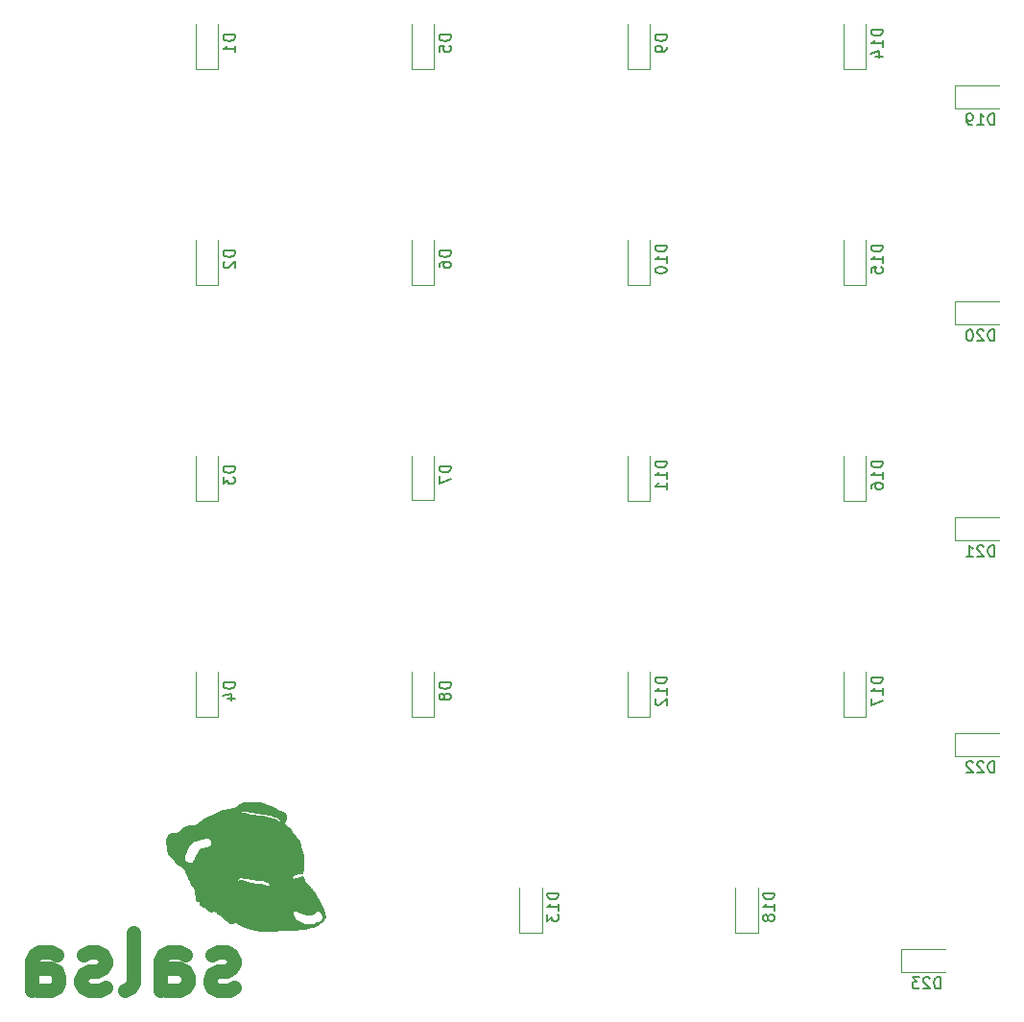
<source format=gbo>
%TF.GenerationSoftware,KiCad,Pcbnew,(5.1.12)-1*%
%TF.CreationDate,2022-01-05T11:41:57-05:00*%
%TF.ProjectId,gasket-1,6761736b-6574-42d3-912e-6b696361645f,rev?*%
%TF.SameCoordinates,Original*%
%TF.FileFunction,Legend,Bot*%
%TF.FilePolarity,Positive*%
%FSLAX46Y46*%
G04 Gerber Fmt 4.6, Leading zero omitted, Abs format (unit mm)*
G04 Created by KiCad (PCBNEW (5.1.12)-1) date 2022-01-05 11:41:57*
%MOMM*%
%LPD*%
G01*
G04 APERTURE LIST*
%ADD10C,1.270000*%
%ADD11C,0.120000*%
%ADD12C,0.010000*%
%ADD13C,0.150000*%
%ADD14R,0.900000X1.200000*%
%ADD15R,1.200000X0.900000*%
%ADD16C,1.750000*%
%ADD17C,2.250000*%
%ADD18C,3.987800*%
G04 APERTURE END LIST*
D10*
X41329428Y-115086190D02*
X40845619Y-115328095D01*
X39878000Y-115328095D01*
X39394190Y-115086190D01*
X39152285Y-114602380D01*
X39152285Y-114360476D01*
X39394190Y-113876666D01*
X39878000Y-113634761D01*
X40603714Y-113634761D01*
X41087523Y-113392857D01*
X41329428Y-112909047D01*
X41329428Y-112667142D01*
X41087523Y-112183333D01*
X40603714Y-111941428D01*
X39878000Y-111941428D01*
X39394190Y-112183333D01*
X34798000Y-115328095D02*
X34798000Y-112667142D01*
X35039904Y-112183333D01*
X35523714Y-111941428D01*
X36491333Y-111941428D01*
X36975142Y-112183333D01*
X34798000Y-115086190D02*
X35281809Y-115328095D01*
X36491333Y-115328095D01*
X36975142Y-115086190D01*
X37217047Y-114602380D01*
X37217047Y-114118571D01*
X36975142Y-113634761D01*
X36491333Y-113392857D01*
X35281809Y-113392857D01*
X34798000Y-113150952D01*
X31653238Y-115328095D02*
X32137047Y-115086190D01*
X32378952Y-114602380D01*
X32378952Y-110248095D01*
X29959904Y-115086190D02*
X29476095Y-115328095D01*
X28508476Y-115328095D01*
X28024666Y-115086190D01*
X27782761Y-114602380D01*
X27782761Y-114360476D01*
X28024666Y-113876666D01*
X28508476Y-113634761D01*
X29234190Y-113634761D01*
X29718000Y-113392857D01*
X29959904Y-112909047D01*
X29959904Y-112667142D01*
X29718000Y-112183333D01*
X29234190Y-111941428D01*
X28508476Y-111941428D01*
X28024666Y-112183333D01*
X23428476Y-115328095D02*
X23428476Y-112667142D01*
X23670380Y-112183333D01*
X24154190Y-111941428D01*
X25121809Y-111941428D01*
X25605619Y-112183333D01*
X23428476Y-115086190D02*
X23912285Y-115328095D01*
X25121809Y-115328095D01*
X25605619Y-115086190D01*
X25847523Y-114602380D01*
X25847523Y-114118571D01*
X25605619Y-113634761D01*
X25121809Y-113392857D01*
X23912285Y-113392857D01*
X23428476Y-113150952D01*
D11*
%TO.C,D23*%
X100143750Y-113712500D02*
X104043750Y-113712500D01*
X100143750Y-111712500D02*
X104043750Y-111712500D01*
X100143750Y-113712500D02*
X100143750Y-111712500D01*
%TO.C,D22*%
X104906250Y-94662500D02*
X108806250Y-94662500D01*
X104906250Y-92662500D02*
X108806250Y-92662500D01*
X104906250Y-94662500D02*
X104906250Y-92662500D01*
%TO.C,D21*%
X104906250Y-75612500D02*
X108806250Y-75612500D01*
X104906250Y-73612500D02*
X108806250Y-73612500D01*
X104906250Y-75612500D02*
X104906250Y-73612500D01*
%TO.C,D20*%
X104906250Y-56562500D02*
X108806250Y-56562500D01*
X104906250Y-54562500D02*
X108806250Y-54562500D01*
X104906250Y-56562500D02*
X104906250Y-54562500D01*
%TO.C,D19*%
X104906250Y-37512500D02*
X108806250Y-37512500D01*
X104906250Y-35512500D02*
X108806250Y-35512500D01*
X104906250Y-37512500D02*
X104906250Y-35512500D01*
%TO.C,D18*%
X87518750Y-110200000D02*
X87518750Y-106300000D01*
X85518750Y-110200000D02*
X85518750Y-106300000D01*
X87518750Y-110200000D02*
X85518750Y-110200000D01*
%TO.C,D17*%
X97043750Y-91150000D02*
X97043750Y-87250000D01*
X95043750Y-91150000D02*
X95043750Y-87250000D01*
X97043750Y-91150000D02*
X95043750Y-91150000D01*
%TO.C,D16*%
X97043750Y-72100000D02*
X97043750Y-68200000D01*
X95043750Y-72100000D02*
X95043750Y-68200000D01*
X97043750Y-72100000D02*
X95043750Y-72100000D01*
%TO.C,D15*%
X97043750Y-53050000D02*
X97043750Y-49150000D01*
X95043750Y-53050000D02*
X95043750Y-49150000D01*
X97043750Y-53050000D02*
X95043750Y-53050000D01*
%TO.C,D14*%
X97043750Y-34000000D02*
X97043750Y-30100000D01*
X95043750Y-34000000D02*
X95043750Y-30100000D01*
X97043750Y-34000000D02*
X95043750Y-34000000D01*
%TO.C,D13*%
X68468750Y-110200000D02*
X68468750Y-106300000D01*
X66468750Y-110200000D02*
X66468750Y-106300000D01*
X68468750Y-110200000D02*
X66468750Y-110200000D01*
%TO.C,D12*%
X77993750Y-91150000D02*
X77993750Y-87250000D01*
X75993750Y-91150000D02*
X75993750Y-87250000D01*
X77993750Y-91150000D02*
X75993750Y-91150000D01*
%TO.C,D11*%
X77993750Y-72100000D02*
X75993750Y-72100000D01*
X75993750Y-72100000D02*
X75993750Y-68200000D01*
X77993750Y-72100000D02*
X77993750Y-68200000D01*
%TO.C,D10*%
X77993750Y-53050000D02*
X77993750Y-49150000D01*
X75993750Y-53050000D02*
X75993750Y-49150000D01*
X77993750Y-53050000D02*
X75993750Y-53050000D01*
%TO.C,D9*%
X77993750Y-34000000D02*
X77993750Y-30100000D01*
X75993750Y-34000000D02*
X75993750Y-30100000D01*
X77993750Y-34000000D02*
X75993750Y-34000000D01*
%TO.C,D8*%
X58943750Y-91150000D02*
X58943750Y-87250000D01*
X56943750Y-91150000D02*
X56943750Y-87250000D01*
X58943750Y-91150000D02*
X56943750Y-91150000D01*
%TO.C,D7*%
X58943750Y-72037500D02*
X58943750Y-68137500D01*
X56943750Y-72037500D02*
X56943750Y-68137500D01*
X58943750Y-72037500D02*
X56943750Y-72037500D01*
%TO.C,D6*%
X58943750Y-53050000D02*
X58943750Y-49150000D01*
X56943750Y-53050000D02*
X56943750Y-49150000D01*
X58943750Y-53050000D02*
X56943750Y-53050000D01*
%TO.C,D5*%
X58943750Y-34000000D02*
X58943750Y-30100000D01*
X56943750Y-34000000D02*
X56943750Y-30100000D01*
X58943750Y-34000000D02*
X56943750Y-34000000D01*
%TO.C,D4*%
X39893750Y-91150000D02*
X39893750Y-87250000D01*
X37893750Y-91150000D02*
X37893750Y-87250000D01*
X39893750Y-91150000D02*
X37893750Y-91150000D01*
%TO.C,D3*%
X39893750Y-72100000D02*
X37893750Y-72100000D01*
X37893750Y-72100000D02*
X37893750Y-68200000D01*
X39893750Y-72100000D02*
X39893750Y-68200000D01*
%TO.C,D2*%
X39893750Y-53050000D02*
X39893750Y-49150000D01*
X37893750Y-53050000D02*
X37893750Y-49150000D01*
X39893750Y-53050000D02*
X37893750Y-53050000D01*
%TO.C,D1*%
X39893750Y-34000000D02*
X39893750Y-30100000D01*
X37893750Y-34000000D02*
X37893750Y-30100000D01*
X39893750Y-34000000D02*
X37893750Y-34000000D01*
D12*
%TO.C,G\u002A\u002A\u002A*%
G36*
X43349460Y-98706776D02*
G01*
X43454882Y-98715457D01*
X43547789Y-98730212D01*
X43635624Y-98752072D01*
X43725830Y-98782072D01*
X43825850Y-98821244D01*
X43884591Y-98845742D01*
X43973879Y-98882677D01*
X44053736Y-98914353D01*
X44112696Y-98936288D01*
X44132500Y-98942698D01*
X44256122Y-98979156D01*
X44391428Y-99022800D01*
X44528243Y-99069993D01*
X44656394Y-99117096D01*
X44765704Y-99160470D01*
X44846001Y-99196478D01*
X44854974Y-99201050D01*
X44944450Y-99252976D01*
X45036385Y-99314581D01*
X45100816Y-99364311D01*
X45191917Y-99429388D01*
X45306485Y-99486706D01*
X45404926Y-99524763D01*
X45564842Y-99584771D01*
X45685530Y-99637724D01*
X45769288Y-99684798D01*
X45818414Y-99727170D01*
X45828128Y-99741620D01*
X45858954Y-99817707D01*
X45885996Y-99916310D01*
X45904585Y-100017621D01*
X45910249Y-100089974D01*
X45904581Y-100148923D01*
X45882842Y-100203555D01*
X45838490Y-100268851D01*
X45824094Y-100287344D01*
X45759250Y-100378309D01*
X45710219Y-100464842D01*
X45682288Y-100536815D01*
X45677835Y-100567445D01*
X45693669Y-100591777D01*
X45735871Y-100633853D01*
X45796737Y-100686296D01*
X45827762Y-100711000D01*
X45944664Y-100808934D01*
X46066668Y-100923351D01*
X46185055Y-101045078D01*
X46291106Y-101164940D01*
X46376103Y-101273765D01*
X46408621Y-101322196D01*
X46460500Y-101397801D01*
X46530496Y-101489426D01*
X46607334Y-101582628D01*
X46648184Y-101629061D01*
X46760480Y-101761111D01*
X46865997Y-101900105D01*
X46958354Y-102036711D01*
X47031169Y-102161597D01*
X47071724Y-102248467D01*
X47093888Y-102316092D01*
X47119202Y-102410829D01*
X47143939Y-102518017D01*
X47157887Y-102587133D01*
X47182396Y-102701770D01*
X47215978Y-102838389D01*
X47253990Y-102978922D01*
X47287660Y-103092250D01*
X47331173Y-103245233D01*
X47364465Y-103397716D01*
X47387848Y-103555725D01*
X47401636Y-103725288D01*
X47406141Y-103912433D01*
X47401676Y-104123187D01*
X47388554Y-104363577D01*
X47367625Y-104633373D01*
X47355422Y-104760037D01*
X47342327Y-104849802D01*
X47325720Y-104908067D01*
X47302981Y-104940232D01*
X47271488Y-104951695D01*
X47228620Y-104947856D01*
X47216242Y-104945234D01*
X47172834Y-104941211D01*
X47114888Y-104947589D01*
X47034693Y-104965844D01*
X46924538Y-104997453D01*
X46892865Y-105007165D01*
X46756138Y-105050839D01*
X46653827Y-105087383D01*
X46579299Y-105120012D01*
X46525921Y-105151945D01*
X46487061Y-105186397D01*
X46463910Y-105215180D01*
X46414966Y-105303717D01*
X46402738Y-105375785D01*
X46424050Y-105429083D01*
X46475724Y-105461308D01*
X46554583Y-105470158D01*
X46657451Y-105453329D01*
X46749402Y-105422085D01*
X46847758Y-105386856D01*
X46971926Y-105349226D01*
X47105934Y-105313603D01*
X47233813Y-105284396D01*
X47281847Y-105275104D01*
X47333388Y-105271405D01*
X47358541Y-105287658D01*
X47363629Y-105299243D01*
X47377091Y-105332419D01*
X47404394Y-105394666D01*
X47441417Y-105476726D01*
X47479240Y-105558999D01*
X47520141Y-105649174D01*
X47553405Y-105726232D01*
X47575428Y-105781572D01*
X47582667Y-105805925D01*
X47597290Y-105827367D01*
X47638012Y-105872914D01*
X47700110Y-105937652D01*
X47778862Y-106016667D01*
X47869544Y-106105044D01*
X47876795Y-106112009D01*
X47984304Y-106216189D01*
X48068325Y-106301194D01*
X48136591Y-106376442D01*
X48196832Y-106451353D01*
X48256780Y-106535342D01*
X48324166Y-106637829D01*
X48377831Y-106722334D01*
X48518298Y-106947789D01*
X48649538Y-107163799D01*
X48768701Y-107365449D01*
X48872938Y-107547828D01*
X48959401Y-107706023D01*
X49025241Y-107835123D01*
X49034615Y-107854750D01*
X49065727Y-107927549D01*
X49103251Y-108025947D01*
X49144715Y-108142251D01*
X49187645Y-108268769D01*
X49229571Y-108397809D01*
X49268018Y-108521679D01*
X49300515Y-108632686D01*
X49324589Y-108723139D01*
X49337769Y-108785346D01*
X49339500Y-108803297D01*
X49327808Y-108850818D01*
X49296755Y-108921248D01*
X49252374Y-109003625D01*
X49200698Y-109086986D01*
X49147760Y-109160369D01*
X49133378Y-109177816D01*
X49071615Y-109237852D01*
X49001032Y-109289654D01*
X48971771Y-109305803D01*
X48917131Y-109337360D01*
X48842426Y-109388100D01*
X48759697Y-109449615D01*
X48715084Y-109485039D01*
X48622458Y-109556357D01*
X48535211Y-109612475D01*
X48443141Y-109657990D01*
X48336046Y-109697495D01*
X48203727Y-109735584D01*
X48102151Y-109761083D01*
X47799108Y-109826082D01*
X47467931Y-109880895D01*
X47105983Y-109925798D01*
X46710622Y-109961071D01*
X46279209Y-109986992D01*
X45809106Y-110003837D01*
X45794084Y-110004213D01*
X45598795Y-110009402D01*
X45401978Y-110015310D01*
X45211284Y-110021659D01*
X45034366Y-110028170D01*
X44878873Y-110034566D01*
X44752458Y-110040570D01*
X44682834Y-110044551D01*
X44504435Y-110053704D01*
X44311648Y-110059653D01*
X44114158Y-110062407D01*
X43921652Y-110061976D01*
X43743816Y-110058368D01*
X43590336Y-110051594D01*
X43486917Y-110043421D01*
X43348162Y-110025728D01*
X43208913Y-110000643D01*
X43059649Y-109965942D01*
X42890853Y-109919401D01*
X42693004Y-109858796D01*
X42682584Y-109855485D01*
X42557971Y-109816751D01*
X42432917Y-109779460D01*
X42319547Y-109747128D01*
X42229987Y-109723266D01*
X42206334Y-109717524D01*
X42047290Y-109669949D01*
X41889962Y-109599969D01*
X41724120Y-109502640D01*
X41631611Y-109439927D01*
X41542690Y-109381860D01*
X41468753Y-109342512D01*
X41417813Y-109326070D01*
X41413256Y-109325834D01*
X41367666Y-109330657D01*
X41294026Y-109343543D01*
X41205311Y-109362114D01*
X41167110Y-109370934D01*
X40977346Y-109416034D01*
X40793947Y-109291559D01*
X40693949Y-109219478D01*
X40586408Y-109135265D01*
X40489756Y-109053543D01*
X40461232Y-109027601D01*
X40385181Y-108959899D01*
X40281998Y-108872911D01*
X40158748Y-108772307D01*
X40022493Y-108663756D01*
X39880300Y-108552929D01*
X39814956Y-108503164D01*
X46444308Y-108503164D01*
X46468390Y-108615160D01*
X46520223Y-108754838D01*
X46555963Y-108834333D01*
X46601574Y-108928872D01*
X46637323Y-108993817D01*
X46670217Y-109038403D01*
X46707261Y-109071862D01*
X46755462Y-109103430D01*
X46763983Y-109108511D01*
X46835110Y-109146909D01*
X46931250Y-109193550D01*
X47044632Y-109245200D01*
X47167487Y-109298629D01*
X47292043Y-109350602D01*
X47410531Y-109397887D01*
X47515179Y-109437253D01*
X47598218Y-109465465D01*
X47651877Y-109479293D01*
X47656750Y-109479911D01*
X47715942Y-109483903D01*
X47802626Y-109487694D01*
X47901962Y-109490684D01*
X47946783Y-109491609D01*
X48033172Y-109492199D01*
X48102302Y-109489044D01*
X48165864Y-109479892D01*
X48235547Y-109462494D01*
X48323041Y-109434600D01*
X48423033Y-109399942D01*
X48597784Y-109336273D01*
X48735988Y-109280420D01*
X48842174Y-109229958D01*
X48920872Y-109182466D01*
X48976610Y-109135518D01*
X49013917Y-109086690D01*
X49016360Y-109082417D01*
X49049328Y-108990671D01*
X49062662Y-108877590D01*
X49058143Y-108753359D01*
X49037553Y-108628161D01*
X49002672Y-108512181D01*
X48955281Y-108415604D01*
X48897161Y-108348613D01*
X48886742Y-108341160D01*
X48773959Y-108288643D01*
X48660593Y-108278429D01*
X48546781Y-108310496D01*
X48432659Y-108384821D01*
X48387000Y-108426333D01*
X48261760Y-108527915D01*
X48120633Y-108606269D01*
X47977113Y-108654374D01*
X47933923Y-108662091D01*
X47862387Y-108661392D01*
X47759958Y-108646189D01*
X47634590Y-108618789D01*
X47494241Y-108581503D01*
X47346867Y-108536639D01*
X47200423Y-108486508D01*
X47062867Y-108433418D01*
X46942155Y-108379679D01*
X46915917Y-108366606D01*
X46824957Y-108326005D01*
X46743039Y-108305957D01*
X46654799Y-108300458D01*
X46578298Y-108301804D01*
X46530692Y-108310153D01*
X46498659Y-108329397D01*
X46477770Y-108352167D01*
X46447571Y-108416338D01*
X46444308Y-108503164D01*
X39814956Y-108503164D01*
X39739231Y-108445493D01*
X39690417Y-108408988D01*
X39593401Y-108352873D01*
X39487980Y-108326631D01*
X39363101Y-108328084D01*
X39313314Y-108334645D01*
X39200860Y-108344146D01*
X39116499Y-108330181D01*
X39051153Y-108289547D01*
X38998547Y-108223526D01*
X38961808Y-108172200D01*
X38917160Y-108125833D01*
X38858261Y-108079987D01*
X38778766Y-108030225D01*
X38672331Y-107972107D01*
X38550690Y-107910199D01*
X38453924Y-107859832D01*
X38370353Y-107812442D01*
X38307736Y-107772717D01*
X38273832Y-107745339D01*
X38270906Y-107741272D01*
X38253773Y-107694741D01*
X38238325Y-107629930D01*
X38235623Y-107614427D01*
X38215367Y-107531987D01*
X38181228Y-107482342D01*
X38124255Y-107456242D01*
X38074514Y-107447937D01*
X38009233Y-107435779D01*
X37971779Y-107413018D01*
X37951879Y-107381294D01*
X37941179Y-107342397D01*
X37927593Y-107269513D01*
X37912395Y-107170783D01*
X37896860Y-107054348D01*
X37885182Y-106955167D01*
X37858417Y-106737489D01*
X37830131Y-106558314D01*
X37799131Y-106413813D01*
X37764224Y-106300158D01*
X37724218Y-106213520D01*
X37677921Y-106150071D01*
X37624138Y-106105980D01*
X37619850Y-106103394D01*
X37587729Y-106082646D01*
X37560448Y-106058549D01*
X37534996Y-106025406D01*
X37508362Y-105977523D01*
X37477536Y-105909206D01*
X37439508Y-105814760D01*
X37391267Y-105688490D01*
X37368416Y-105627739D01*
X37351907Y-105584796D01*
X41550879Y-105584796D01*
X41563555Y-105625717D01*
X41572960Y-105633256D01*
X41603466Y-105636705D01*
X41663801Y-105633170D01*
X41742183Y-105623449D01*
X41761058Y-105620498D01*
X41926362Y-105593653D01*
X42272723Y-105703156D01*
X42493236Y-105769736D01*
X42688689Y-105821024D01*
X42872400Y-105859586D01*
X43057692Y-105887991D01*
X43257883Y-105908803D01*
X43391667Y-105918779D01*
X43570818Y-105932841D01*
X43715578Y-105949798D01*
X43833872Y-105971263D01*
X43933622Y-105998849D01*
X44022753Y-106034169D01*
X44068292Y-106056522D01*
X44180944Y-106099090D01*
X44287826Y-106103480D01*
X44362175Y-106085263D01*
X44412632Y-106052031D01*
X44430018Y-106003898D01*
X44418092Y-105946839D01*
X44380611Y-105886826D01*
X44321334Y-105829833D01*
X44244019Y-105781833D01*
X44152425Y-105748801D01*
X44150151Y-105748258D01*
X44075135Y-105726101D01*
X44009397Y-105699239D01*
X43984334Y-105685065D01*
X43921152Y-105643137D01*
X43865492Y-105612451D01*
X43808585Y-105590916D01*
X43741664Y-105576442D01*
X43655962Y-105566938D01*
X43542712Y-105560314D01*
X43444584Y-105556353D01*
X43296451Y-105549348D01*
X43170026Y-105539209D01*
X43050209Y-105523963D01*
X42921901Y-105501637D01*
X42770003Y-105470256D01*
X42746084Y-105465047D01*
X42551470Y-105426655D01*
X42358637Y-105396373D01*
X42175667Y-105375006D01*
X42010644Y-105363355D01*
X41871652Y-105362225D01*
X41784342Y-105369477D01*
X41706334Y-105391388D01*
X41641708Y-105437800D01*
X41620300Y-105459850D01*
X41570376Y-105527374D01*
X41550879Y-105584796D01*
X37351907Y-105584796D01*
X37269435Y-105370279D01*
X37179763Y-105150915D01*
X37097907Y-104966810D01*
X37022373Y-104815129D01*
X36951668Y-104693035D01*
X36884299Y-104597691D01*
X36818772Y-104526263D01*
X36766259Y-104484151D01*
X36699054Y-104436150D01*
X36621846Y-104377669D01*
X36580497Y-104344907D01*
X36506156Y-104289677D01*
X36425971Y-104237517D01*
X36385500Y-104214582D01*
X36253866Y-104137706D01*
X36155952Y-104059291D01*
X36083549Y-103971967D01*
X36049125Y-103912597D01*
X35990581Y-103814988D01*
X35930074Y-103743978D01*
X36881823Y-103743978D01*
X36886749Y-103783454D01*
X36916516Y-103840521D01*
X36978713Y-103901192D01*
X37064598Y-103959234D01*
X37165427Y-104008411D01*
X37237146Y-104033341D01*
X37359999Y-104063287D01*
X37454948Y-104072474D01*
X37530815Y-104061202D01*
X37570887Y-104044723D01*
X37623047Y-104000987D01*
X37681490Y-103923963D01*
X37741596Y-103821268D01*
X37798746Y-103700518D01*
X37833906Y-103611031D01*
X37870086Y-103523844D01*
X37912275Y-103441232D01*
X37950633Y-103382067D01*
X37999796Y-103310816D01*
X38052904Y-103218935D01*
X38102154Y-103121503D01*
X38139745Y-103033600D01*
X38154298Y-102988450D01*
X38190794Y-102928517D01*
X38268777Y-102872641D01*
X38387568Y-102821115D01*
X38546488Y-102774234D01*
X38744858Y-102732292D01*
X38745584Y-102732161D01*
X38896006Y-102697780D01*
X39030363Y-102653096D01*
X39140263Y-102601492D01*
X39217314Y-102546351D01*
X39224481Y-102539098D01*
X39255032Y-102494671D01*
X39272807Y-102433946D01*
X39281322Y-102354280D01*
X39277541Y-102238709D01*
X39247120Y-102136658D01*
X39185520Y-102037097D01*
X39119330Y-101960780D01*
X39037888Y-101875167D01*
X38874096Y-101875167D01*
X38804152Y-101877033D01*
X38732243Y-101883506D01*
X38652296Y-101895893D01*
X38558237Y-101915503D01*
X38443991Y-101943647D01*
X38303487Y-101981632D01*
X38130649Y-102030769D01*
X38068250Y-102048849D01*
X37933805Y-102088564D01*
X37832682Y-102120497D01*
X37757316Y-102147823D01*
X37700136Y-102173714D01*
X37653574Y-102201343D01*
X37610064Y-102233883D01*
X37592742Y-102248208D01*
X37550958Y-102290190D01*
X37491521Y-102358786D01*
X37420834Y-102445778D01*
X37345300Y-102542945D01*
X37271325Y-102642070D01*
X37205311Y-102734932D01*
X37158553Y-102805480D01*
X37095075Y-102921546D01*
X37035404Y-103058637D01*
X36982044Y-103207739D01*
X36937500Y-103359838D01*
X36904279Y-103505921D01*
X36884885Y-103636972D01*
X36881823Y-103743978D01*
X35930074Y-103743978D01*
X35916927Y-103728549D01*
X35818122Y-103642288D01*
X35766605Y-103603394D01*
X35651695Y-103506756D01*
X35562725Y-103399683D01*
X35486734Y-103266480D01*
X35484359Y-103261584D01*
X35458425Y-103204742D01*
X35437607Y-103149375D01*
X35420146Y-103087607D01*
X35404281Y-103011563D01*
X35388254Y-102913367D01*
X35370306Y-102785144D01*
X35359398Y-102702206D01*
X35342236Y-102560716D01*
X35327364Y-102420289D01*
X35315736Y-102291404D01*
X35308308Y-102184538D01*
X35306000Y-102115970D01*
X35307549Y-102026314D01*
X35314993Y-101959802D01*
X35332526Y-101899641D01*
X35364346Y-101829039D01*
X35390546Y-101777565D01*
X35433228Y-101698234D01*
X35472809Y-101630135D01*
X35502516Y-101584751D01*
X35508887Y-101576841D01*
X35566482Y-101529236D01*
X35644990Y-101494052D01*
X35750819Y-101469383D01*
X35890382Y-101453321D01*
X35934804Y-101450206D01*
X36041256Y-101442071D01*
X36128476Y-101430089D01*
X36204229Y-101410553D01*
X36276282Y-101379759D01*
X36352400Y-101334000D01*
X36440351Y-101269571D01*
X36547899Y-101182766D01*
X36618334Y-101124046D01*
X36739637Y-101023349D01*
X36838021Y-100946476D01*
X36922688Y-100889676D01*
X37002839Y-100849199D01*
X37087676Y-100821295D01*
X37186401Y-100802213D01*
X37308216Y-100788203D01*
X37462322Y-100775514D01*
X37476070Y-100774463D01*
X37628956Y-100761311D01*
X37748738Y-100745823D01*
X37844629Y-100724447D01*
X37925839Y-100693631D01*
X38001582Y-100649823D01*
X38081070Y-100589471D01*
X38173513Y-100509023D01*
X38180252Y-100502958D01*
X38294373Y-100401014D01*
X38390681Y-100318389D01*
X38476590Y-100250621D01*
X38559511Y-100193244D01*
X38646859Y-100141796D01*
X38746046Y-100091813D01*
X38864484Y-100038832D01*
X39009588Y-99978388D01*
X39137167Y-99926763D01*
X39275634Y-99869315D01*
X39435624Y-99800180D01*
X39600783Y-99726585D01*
X39754759Y-99655753D01*
X39813188Y-99628075D01*
X39985276Y-99547463D01*
X41708528Y-99547463D01*
X41720411Y-99560716D01*
X41762119Y-99574063D01*
X41777894Y-99577178D01*
X41881703Y-99597366D01*
X42003509Y-99624323D01*
X42134346Y-99655711D01*
X42265246Y-99689192D01*
X42387241Y-99722427D01*
X42491364Y-99753079D01*
X42568648Y-99778809D01*
X42599393Y-99791378D01*
X42640447Y-99809325D01*
X42683093Y-99823187D01*
X42734378Y-99833912D01*
X42801350Y-99842450D01*
X42891056Y-99849748D01*
X43010545Y-99856756D01*
X43128559Y-99862613D01*
X43263059Y-99870024D01*
X43387592Y-99878757D01*
X43494246Y-99888109D01*
X43575108Y-99897380D01*
X43622262Y-99905868D01*
X43624500Y-99906543D01*
X43679243Y-99919257D01*
X43761646Y-99932693D01*
X43857142Y-99944599D01*
X43894802Y-99948342D01*
X43996280Y-99959551D01*
X44069292Y-99973768D01*
X44127697Y-99994915D01*
X44185352Y-100026914D01*
X44195818Y-100033550D01*
X44265778Y-100073665D01*
X44317911Y-100089845D01*
X44363411Y-100087006D01*
X44422163Y-100085490D01*
X44506003Y-100097989D01*
X44606138Y-100121553D01*
X44713775Y-100153234D01*
X44820122Y-100190085D01*
X44916385Y-100229157D01*
X44993773Y-100267502D01*
X45043491Y-100302172D01*
X45056122Y-100319269D01*
X45078566Y-100340943D01*
X45128426Y-100374985D01*
X45195003Y-100415337D01*
X45267599Y-100455943D01*
X45335517Y-100490747D01*
X45388058Y-100513693D01*
X45409712Y-100519442D01*
X45408022Y-100502693D01*
X45389255Y-100456682D01*
X45356827Y-100389193D01*
X45328871Y-100335292D01*
X45280911Y-100250136D01*
X45233896Y-100175002D01*
X45194923Y-100120884D01*
X45179887Y-100104422D01*
X45106475Y-100055261D01*
X44994592Y-100004373D01*
X44848014Y-99952686D01*
X44670519Y-99901123D01*
X44465886Y-99850611D01*
X44237893Y-99802075D01*
X43990317Y-99756440D01*
X43726937Y-99714632D01*
X43451530Y-99677576D01*
X43423417Y-99674161D01*
X43283273Y-99655595D01*
X43134425Y-99633007D01*
X42992377Y-99608923D01*
X42872635Y-99585869D01*
X42845408Y-99579985D01*
X42615798Y-99531176D01*
X42418964Y-99494510D01*
X42257120Y-99470348D01*
X42132480Y-99459050D01*
X42098849Y-99458203D01*
X42028364Y-99462852D01*
X41944604Y-99475317D01*
X41859099Y-99492960D01*
X41783375Y-99513145D01*
X41728962Y-99533237D01*
X41708528Y-99547463D01*
X39985276Y-99547463D01*
X39987343Y-99546495D01*
X40131847Y-99483432D01*
X40253817Y-99436424D01*
X40360372Y-99403005D01*
X40458628Y-99380713D01*
X40555703Y-99367084D01*
X40571689Y-99365535D01*
X40654399Y-99353931D01*
X40761028Y-99333333D01*
X40875012Y-99307132D01*
X40940239Y-99290078D01*
X41046116Y-99262554D01*
X41150023Y-99238446D01*
X41237428Y-99220989D01*
X41278906Y-99214694D01*
X41403607Y-99180932D01*
X41532339Y-99109976D01*
X41658587Y-99005627D01*
X41687750Y-98976082D01*
X41754857Y-98913341D01*
X41829235Y-98861127D01*
X41915352Y-98818434D01*
X42017673Y-98784258D01*
X42140665Y-98757591D01*
X42288794Y-98737430D01*
X42466525Y-98722768D01*
X42678326Y-98712600D01*
X42883667Y-98706843D01*
X43071295Y-98703502D01*
X43224079Y-98703135D01*
X43349460Y-98706776D01*
G37*
X43349460Y-98706776D02*
X43454882Y-98715457D01*
X43547789Y-98730212D01*
X43635624Y-98752072D01*
X43725830Y-98782072D01*
X43825850Y-98821244D01*
X43884591Y-98845742D01*
X43973879Y-98882677D01*
X44053736Y-98914353D01*
X44112696Y-98936288D01*
X44132500Y-98942698D01*
X44256122Y-98979156D01*
X44391428Y-99022800D01*
X44528243Y-99069993D01*
X44656394Y-99117096D01*
X44765704Y-99160470D01*
X44846001Y-99196478D01*
X44854974Y-99201050D01*
X44944450Y-99252976D01*
X45036385Y-99314581D01*
X45100816Y-99364311D01*
X45191917Y-99429388D01*
X45306485Y-99486706D01*
X45404926Y-99524763D01*
X45564842Y-99584771D01*
X45685530Y-99637724D01*
X45769288Y-99684798D01*
X45818414Y-99727170D01*
X45828128Y-99741620D01*
X45858954Y-99817707D01*
X45885996Y-99916310D01*
X45904585Y-100017621D01*
X45910249Y-100089974D01*
X45904581Y-100148923D01*
X45882842Y-100203555D01*
X45838490Y-100268851D01*
X45824094Y-100287344D01*
X45759250Y-100378309D01*
X45710219Y-100464842D01*
X45682288Y-100536815D01*
X45677835Y-100567445D01*
X45693669Y-100591777D01*
X45735871Y-100633853D01*
X45796737Y-100686296D01*
X45827762Y-100711000D01*
X45944664Y-100808934D01*
X46066668Y-100923351D01*
X46185055Y-101045078D01*
X46291106Y-101164940D01*
X46376103Y-101273765D01*
X46408621Y-101322196D01*
X46460500Y-101397801D01*
X46530496Y-101489426D01*
X46607334Y-101582628D01*
X46648184Y-101629061D01*
X46760480Y-101761111D01*
X46865997Y-101900105D01*
X46958354Y-102036711D01*
X47031169Y-102161597D01*
X47071724Y-102248467D01*
X47093888Y-102316092D01*
X47119202Y-102410829D01*
X47143939Y-102518017D01*
X47157887Y-102587133D01*
X47182396Y-102701770D01*
X47215978Y-102838389D01*
X47253990Y-102978922D01*
X47287660Y-103092250D01*
X47331173Y-103245233D01*
X47364465Y-103397716D01*
X47387848Y-103555725D01*
X47401636Y-103725288D01*
X47406141Y-103912433D01*
X47401676Y-104123187D01*
X47388554Y-104363577D01*
X47367625Y-104633373D01*
X47355422Y-104760037D01*
X47342327Y-104849802D01*
X47325720Y-104908067D01*
X47302981Y-104940232D01*
X47271488Y-104951695D01*
X47228620Y-104947856D01*
X47216242Y-104945234D01*
X47172834Y-104941211D01*
X47114888Y-104947589D01*
X47034693Y-104965844D01*
X46924538Y-104997453D01*
X46892865Y-105007165D01*
X46756138Y-105050839D01*
X46653827Y-105087383D01*
X46579299Y-105120012D01*
X46525921Y-105151945D01*
X46487061Y-105186397D01*
X46463910Y-105215180D01*
X46414966Y-105303717D01*
X46402738Y-105375785D01*
X46424050Y-105429083D01*
X46475724Y-105461308D01*
X46554583Y-105470158D01*
X46657451Y-105453329D01*
X46749402Y-105422085D01*
X46847758Y-105386856D01*
X46971926Y-105349226D01*
X47105934Y-105313603D01*
X47233813Y-105284396D01*
X47281847Y-105275104D01*
X47333388Y-105271405D01*
X47358541Y-105287658D01*
X47363629Y-105299243D01*
X47377091Y-105332419D01*
X47404394Y-105394666D01*
X47441417Y-105476726D01*
X47479240Y-105558999D01*
X47520141Y-105649174D01*
X47553405Y-105726232D01*
X47575428Y-105781572D01*
X47582667Y-105805925D01*
X47597290Y-105827367D01*
X47638012Y-105872914D01*
X47700110Y-105937652D01*
X47778862Y-106016667D01*
X47869544Y-106105044D01*
X47876795Y-106112009D01*
X47984304Y-106216189D01*
X48068325Y-106301194D01*
X48136591Y-106376442D01*
X48196832Y-106451353D01*
X48256780Y-106535342D01*
X48324166Y-106637829D01*
X48377831Y-106722334D01*
X48518298Y-106947789D01*
X48649538Y-107163799D01*
X48768701Y-107365449D01*
X48872938Y-107547828D01*
X48959401Y-107706023D01*
X49025241Y-107835123D01*
X49034615Y-107854750D01*
X49065727Y-107927549D01*
X49103251Y-108025947D01*
X49144715Y-108142251D01*
X49187645Y-108268769D01*
X49229571Y-108397809D01*
X49268018Y-108521679D01*
X49300515Y-108632686D01*
X49324589Y-108723139D01*
X49337769Y-108785346D01*
X49339500Y-108803297D01*
X49327808Y-108850818D01*
X49296755Y-108921248D01*
X49252374Y-109003625D01*
X49200698Y-109086986D01*
X49147760Y-109160369D01*
X49133378Y-109177816D01*
X49071615Y-109237852D01*
X49001032Y-109289654D01*
X48971771Y-109305803D01*
X48917131Y-109337360D01*
X48842426Y-109388100D01*
X48759697Y-109449615D01*
X48715084Y-109485039D01*
X48622458Y-109556357D01*
X48535211Y-109612475D01*
X48443141Y-109657990D01*
X48336046Y-109697495D01*
X48203727Y-109735584D01*
X48102151Y-109761083D01*
X47799108Y-109826082D01*
X47467931Y-109880895D01*
X47105983Y-109925798D01*
X46710622Y-109961071D01*
X46279209Y-109986992D01*
X45809106Y-110003837D01*
X45794084Y-110004213D01*
X45598795Y-110009402D01*
X45401978Y-110015310D01*
X45211284Y-110021659D01*
X45034366Y-110028170D01*
X44878873Y-110034566D01*
X44752458Y-110040570D01*
X44682834Y-110044551D01*
X44504435Y-110053704D01*
X44311648Y-110059653D01*
X44114158Y-110062407D01*
X43921652Y-110061976D01*
X43743816Y-110058368D01*
X43590336Y-110051594D01*
X43486917Y-110043421D01*
X43348162Y-110025728D01*
X43208913Y-110000643D01*
X43059649Y-109965942D01*
X42890853Y-109919401D01*
X42693004Y-109858796D01*
X42682584Y-109855485D01*
X42557971Y-109816751D01*
X42432917Y-109779460D01*
X42319547Y-109747128D01*
X42229987Y-109723266D01*
X42206334Y-109717524D01*
X42047290Y-109669949D01*
X41889962Y-109599969D01*
X41724120Y-109502640D01*
X41631611Y-109439927D01*
X41542690Y-109381860D01*
X41468753Y-109342512D01*
X41417813Y-109326070D01*
X41413256Y-109325834D01*
X41367666Y-109330657D01*
X41294026Y-109343543D01*
X41205311Y-109362114D01*
X41167110Y-109370934D01*
X40977346Y-109416034D01*
X40793947Y-109291559D01*
X40693949Y-109219478D01*
X40586408Y-109135265D01*
X40489756Y-109053543D01*
X40461232Y-109027601D01*
X40385181Y-108959899D01*
X40281998Y-108872911D01*
X40158748Y-108772307D01*
X40022493Y-108663756D01*
X39880300Y-108552929D01*
X39814956Y-108503164D01*
X46444308Y-108503164D01*
X46468390Y-108615160D01*
X46520223Y-108754838D01*
X46555963Y-108834333D01*
X46601574Y-108928872D01*
X46637323Y-108993817D01*
X46670217Y-109038403D01*
X46707261Y-109071862D01*
X46755462Y-109103430D01*
X46763983Y-109108511D01*
X46835110Y-109146909D01*
X46931250Y-109193550D01*
X47044632Y-109245200D01*
X47167487Y-109298629D01*
X47292043Y-109350602D01*
X47410531Y-109397887D01*
X47515179Y-109437253D01*
X47598218Y-109465465D01*
X47651877Y-109479293D01*
X47656750Y-109479911D01*
X47715942Y-109483903D01*
X47802626Y-109487694D01*
X47901962Y-109490684D01*
X47946783Y-109491609D01*
X48033172Y-109492199D01*
X48102302Y-109489044D01*
X48165864Y-109479892D01*
X48235547Y-109462494D01*
X48323041Y-109434600D01*
X48423033Y-109399942D01*
X48597784Y-109336273D01*
X48735988Y-109280420D01*
X48842174Y-109229958D01*
X48920872Y-109182466D01*
X48976610Y-109135518D01*
X49013917Y-109086690D01*
X49016360Y-109082417D01*
X49049328Y-108990671D01*
X49062662Y-108877590D01*
X49058143Y-108753359D01*
X49037553Y-108628161D01*
X49002672Y-108512181D01*
X48955281Y-108415604D01*
X48897161Y-108348613D01*
X48886742Y-108341160D01*
X48773959Y-108288643D01*
X48660593Y-108278429D01*
X48546781Y-108310496D01*
X48432659Y-108384821D01*
X48387000Y-108426333D01*
X48261760Y-108527915D01*
X48120633Y-108606269D01*
X47977113Y-108654374D01*
X47933923Y-108662091D01*
X47862387Y-108661392D01*
X47759958Y-108646189D01*
X47634590Y-108618789D01*
X47494241Y-108581503D01*
X47346867Y-108536639D01*
X47200423Y-108486508D01*
X47062867Y-108433418D01*
X46942155Y-108379679D01*
X46915917Y-108366606D01*
X46824957Y-108326005D01*
X46743039Y-108305957D01*
X46654799Y-108300458D01*
X46578298Y-108301804D01*
X46530692Y-108310153D01*
X46498659Y-108329397D01*
X46477770Y-108352167D01*
X46447571Y-108416338D01*
X46444308Y-108503164D01*
X39814956Y-108503164D01*
X39739231Y-108445493D01*
X39690417Y-108408988D01*
X39593401Y-108352873D01*
X39487980Y-108326631D01*
X39363101Y-108328084D01*
X39313314Y-108334645D01*
X39200860Y-108344146D01*
X39116499Y-108330181D01*
X39051153Y-108289547D01*
X38998547Y-108223526D01*
X38961808Y-108172200D01*
X38917160Y-108125833D01*
X38858261Y-108079987D01*
X38778766Y-108030225D01*
X38672331Y-107972107D01*
X38550690Y-107910199D01*
X38453924Y-107859832D01*
X38370353Y-107812442D01*
X38307736Y-107772717D01*
X38273832Y-107745339D01*
X38270906Y-107741272D01*
X38253773Y-107694741D01*
X38238325Y-107629930D01*
X38235623Y-107614427D01*
X38215367Y-107531987D01*
X38181228Y-107482342D01*
X38124255Y-107456242D01*
X38074514Y-107447937D01*
X38009233Y-107435779D01*
X37971779Y-107413018D01*
X37951879Y-107381294D01*
X37941179Y-107342397D01*
X37927593Y-107269513D01*
X37912395Y-107170783D01*
X37896860Y-107054348D01*
X37885182Y-106955167D01*
X37858417Y-106737489D01*
X37830131Y-106558314D01*
X37799131Y-106413813D01*
X37764224Y-106300158D01*
X37724218Y-106213520D01*
X37677921Y-106150071D01*
X37624138Y-106105980D01*
X37619850Y-106103394D01*
X37587729Y-106082646D01*
X37560448Y-106058549D01*
X37534996Y-106025406D01*
X37508362Y-105977523D01*
X37477536Y-105909206D01*
X37439508Y-105814760D01*
X37391267Y-105688490D01*
X37368416Y-105627739D01*
X37351907Y-105584796D01*
X41550879Y-105584796D01*
X41563555Y-105625717D01*
X41572960Y-105633256D01*
X41603466Y-105636705D01*
X41663801Y-105633170D01*
X41742183Y-105623449D01*
X41761058Y-105620498D01*
X41926362Y-105593653D01*
X42272723Y-105703156D01*
X42493236Y-105769736D01*
X42688689Y-105821024D01*
X42872400Y-105859586D01*
X43057692Y-105887991D01*
X43257883Y-105908803D01*
X43391667Y-105918779D01*
X43570818Y-105932841D01*
X43715578Y-105949798D01*
X43833872Y-105971263D01*
X43933622Y-105998849D01*
X44022753Y-106034169D01*
X44068292Y-106056522D01*
X44180944Y-106099090D01*
X44287826Y-106103480D01*
X44362175Y-106085263D01*
X44412632Y-106052031D01*
X44430018Y-106003898D01*
X44418092Y-105946839D01*
X44380611Y-105886826D01*
X44321334Y-105829833D01*
X44244019Y-105781833D01*
X44152425Y-105748801D01*
X44150151Y-105748258D01*
X44075135Y-105726101D01*
X44009397Y-105699239D01*
X43984334Y-105685065D01*
X43921152Y-105643137D01*
X43865492Y-105612451D01*
X43808585Y-105590916D01*
X43741664Y-105576442D01*
X43655962Y-105566938D01*
X43542712Y-105560314D01*
X43444584Y-105556353D01*
X43296451Y-105549348D01*
X43170026Y-105539209D01*
X43050209Y-105523963D01*
X42921901Y-105501637D01*
X42770003Y-105470256D01*
X42746084Y-105465047D01*
X42551470Y-105426655D01*
X42358637Y-105396373D01*
X42175667Y-105375006D01*
X42010644Y-105363355D01*
X41871652Y-105362225D01*
X41784342Y-105369477D01*
X41706334Y-105391388D01*
X41641708Y-105437800D01*
X41620300Y-105459850D01*
X41570376Y-105527374D01*
X41550879Y-105584796D01*
X37351907Y-105584796D01*
X37269435Y-105370279D01*
X37179763Y-105150915D01*
X37097907Y-104966810D01*
X37022373Y-104815129D01*
X36951668Y-104693035D01*
X36884299Y-104597691D01*
X36818772Y-104526263D01*
X36766259Y-104484151D01*
X36699054Y-104436150D01*
X36621846Y-104377669D01*
X36580497Y-104344907D01*
X36506156Y-104289677D01*
X36425971Y-104237517D01*
X36385500Y-104214582D01*
X36253866Y-104137706D01*
X36155952Y-104059291D01*
X36083549Y-103971967D01*
X36049125Y-103912597D01*
X35990581Y-103814988D01*
X35930074Y-103743978D01*
X36881823Y-103743978D01*
X36886749Y-103783454D01*
X36916516Y-103840521D01*
X36978713Y-103901192D01*
X37064598Y-103959234D01*
X37165427Y-104008411D01*
X37237146Y-104033341D01*
X37359999Y-104063287D01*
X37454948Y-104072474D01*
X37530815Y-104061202D01*
X37570887Y-104044723D01*
X37623047Y-104000987D01*
X37681490Y-103923963D01*
X37741596Y-103821268D01*
X37798746Y-103700518D01*
X37833906Y-103611031D01*
X37870086Y-103523844D01*
X37912275Y-103441232D01*
X37950633Y-103382067D01*
X37999796Y-103310816D01*
X38052904Y-103218935D01*
X38102154Y-103121503D01*
X38139745Y-103033600D01*
X38154298Y-102988450D01*
X38190794Y-102928517D01*
X38268777Y-102872641D01*
X38387568Y-102821115D01*
X38546488Y-102774234D01*
X38744858Y-102732292D01*
X38745584Y-102732161D01*
X38896006Y-102697780D01*
X39030363Y-102653096D01*
X39140263Y-102601492D01*
X39217314Y-102546351D01*
X39224481Y-102539098D01*
X39255032Y-102494671D01*
X39272807Y-102433946D01*
X39281322Y-102354280D01*
X39277541Y-102238709D01*
X39247120Y-102136658D01*
X39185520Y-102037097D01*
X39119330Y-101960780D01*
X39037888Y-101875167D01*
X38874096Y-101875167D01*
X38804152Y-101877033D01*
X38732243Y-101883506D01*
X38652296Y-101895893D01*
X38558237Y-101915503D01*
X38443991Y-101943647D01*
X38303487Y-101981632D01*
X38130649Y-102030769D01*
X38068250Y-102048849D01*
X37933805Y-102088564D01*
X37832682Y-102120497D01*
X37757316Y-102147823D01*
X37700136Y-102173714D01*
X37653574Y-102201343D01*
X37610064Y-102233883D01*
X37592742Y-102248208D01*
X37550958Y-102290190D01*
X37491521Y-102358786D01*
X37420834Y-102445778D01*
X37345300Y-102542945D01*
X37271325Y-102642070D01*
X37205311Y-102734932D01*
X37158553Y-102805480D01*
X37095075Y-102921546D01*
X37035404Y-103058637D01*
X36982044Y-103207739D01*
X36937500Y-103359838D01*
X36904279Y-103505921D01*
X36884885Y-103636972D01*
X36881823Y-103743978D01*
X35930074Y-103743978D01*
X35916927Y-103728549D01*
X35818122Y-103642288D01*
X35766605Y-103603394D01*
X35651695Y-103506756D01*
X35562725Y-103399683D01*
X35486734Y-103266480D01*
X35484359Y-103261584D01*
X35458425Y-103204742D01*
X35437607Y-103149375D01*
X35420146Y-103087607D01*
X35404281Y-103011563D01*
X35388254Y-102913367D01*
X35370306Y-102785144D01*
X35359398Y-102702206D01*
X35342236Y-102560716D01*
X35327364Y-102420289D01*
X35315736Y-102291404D01*
X35308308Y-102184538D01*
X35306000Y-102115970D01*
X35307549Y-102026314D01*
X35314993Y-101959802D01*
X35332526Y-101899641D01*
X35364346Y-101829039D01*
X35390546Y-101777565D01*
X35433228Y-101698234D01*
X35472809Y-101630135D01*
X35502516Y-101584751D01*
X35508887Y-101576841D01*
X35566482Y-101529236D01*
X35644990Y-101494052D01*
X35750819Y-101469383D01*
X35890382Y-101453321D01*
X35934804Y-101450206D01*
X36041256Y-101442071D01*
X36128476Y-101430089D01*
X36204229Y-101410553D01*
X36276282Y-101379759D01*
X36352400Y-101334000D01*
X36440351Y-101269571D01*
X36547899Y-101182766D01*
X36618334Y-101124046D01*
X36739637Y-101023349D01*
X36838021Y-100946476D01*
X36922688Y-100889676D01*
X37002839Y-100849199D01*
X37087676Y-100821295D01*
X37186401Y-100802213D01*
X37308216Y-100788203D01*
X37462322Y-100775514D01*
X37476070Y-100774463D01*
X37628956Y-100761311D01*
X37748738Y-100745823D01*
X37844629Y-100724447D01*
X37925839Y-100693631D01*
X38001582Y-100649823D01*
X38081070Y-100589471D01*
X38173513Y-100509023D01*
X38180252Y-100502958D01*
X38294373Y-100401014D01*
X38390681Y-100318389D01*
X38476590Y-100250621D01*
X38559511Y-100193244D01*
X38646859Y-100141796D01*
X38746046Y-100091813D01*
X38864484Y-100038832D01*
X39009588Y-99978388D01*
X39137167Y-99926763D01*
X39275634Y-99869315D01*
X39435624Y-99800180D01*
X39600783Y-99726585D01*
X39754759Y-99655753D01*
X39813188Y-99628075D01*
X39985276Y-99547463D01*
X41708528Y-99547463D01*
X41720411Y-99560716D01*
X41762119Y-99574063D01*
X41777894Y-99577178D01*
X41881703Y-99597366D01*
X42003509Y-99624323D01*
X42134346Y-99655711D01*
X42265246Y-99689192D01*
X42387241Y-99722427D01*
X42491364Y-99753079D01*
X42568648Y-99778809D01*
X42599393Y-99791378D01*
X42640447Y-99809325D01*
X42683093Y-99823187D01*
X42734378Y-99833912D01*
X42801350Y-99842450D01*
X42891056Y-99849748D01*
X43010545Y-99856756D01*
X43128559Y-99862613D01*
X43263059Y-99870024D01*
X43387592Y-99878757D01*
X43494246Y-99888109D01*
X43575108Y-99897380D01*
X43622262Y-99905868D01*
X43624500Y-99906543D01*
X43679243Y-99919257D01*
X43761646Y-99932693D01*
X43857142Y-99944599D01*
X43894802Y-99948342D01*
X43996280Y-99959551D01*
X44069292Y-99973768D01*
X44127697Y-99994915D01*
X44185352Y-100026914D01*
X44195818Y-100033550D01*
X44265778Y-100073665D01*
X44317911Y-100089845D01*
X44363411Y-100087006D01*
X44422163Y-100085490D01*
X44506003Y-100097989D01*
X44606138Y-100121553D01*
X44713775Y-100153234D01*
X44820122Y-100190085D01*
X44916385Y-100229157D01*
X44993773Y-100267502D01*
X45043491Y-100302172D01*
X45056122Y-100319269D01*
X45078566Y-100340943D01*
X45128426Y-100374985D01*
X45195003Y-100415337D01*
X45267599Y-100455943D01*
X45335517Y-100490747D01*
X45388058Y-100513693D01*
X45409712Y-100519442D01*
X45408022Y-100502693D01*
X45389255Y-100456682D01*
X45356827Y-100389193D01*
X45328871Y-100335292D01*
X45280911Y-100250136D01*
X45233896Y-100175002D01*
X45194923Y-100120884D01*
X45179887Y-100104422D01*
X45106475Y-100055261D01*
X44994592Y-100004373D01*
X44848014Y-99952686D01*
X44670519Y-99901123D01*
X44465886Y-99850611D01*
X44237893Y-99802075D01*
X43990317Y-99756440D01*
X43726937Y-99714632D01*
X43451530Y-99677576D01*
X43423417Y-99674161D01*
X43283273Y-99655595D01*
X43134425Y-99633007D01*
X42992377Y-99608923D01*
X42872635Y-99585869D01*
X42845408Y-99579985D01*
X42615798Y-99531176D01*
X42418964Y-99494510D01*
X42257120Y-99470348D01*
X42132480Y-99459050D01*
X42098849Y-99458203D01*
X42028364Y-99462852D01*
X41944604Y-99475317D01*
X41859099Y-99492960D01*
X41783375Y-99513145D01*
X41728962Y-99533237D01*
X41708528Y-99547463D01*
X39985276Y-99547463D01*
X39987343Y-99546495D01*
X40131847Y-99483432D01*
X40253817Y-99436424D01*
X40360372Y-99403005D01*
X40458628Y-99380713D01*
X40555703Y-99367084D01*
X40571689Y-99365535D01*
X40654399Y-99353931D01*
X40761028Y-99333333D01*
X40875012Y-99307132D01*
X40940239Y-99290078D01*
X41046116Y-99262554D01*
X41150023Y-99238446D01*
X41237428Y-99220989D01*
X41278906Y-99214694D01*
X41403607Y-99180932D01*
X41532339Y-99109976D01*
X41658587Y-99005627D01*
X41687750Y-98976082D01*
X41754857Y-98913341D01*
X41829235Y-98861127D01*
X41915352Y-98818434D01*
X42017673Y-98784258D01*
X42140665Y-98757591D01*
X42288794Y-98737430D01*
X42466525Y-98722768D01*
X42678326Y-98712600D01*
X42883667Y-98706843D01*
X43071295Y-98703502D01*
X43224079Y-98703135D01*
X43349460Y-98706776D01*
%TO.C,D23*%
D13*
X103608035Y-115164880D02*
X103608035Y-114164880D01*
X103369940Y-114164880D01*
X103227083Y-114212500D01*
X103131845Y-114307738D01*
X103084226Y-114402976D01*
X103036607Y-114593452D01*
X103036607Y-114736309D01*
X103084226Y-114926785D01*
X103131845Y-115022023D01*
X103227083Y-115117261D01*
X103369940Y-115164880D01*
X103608035Y-115164880D01*
X102655654Y-114260119D02*
X102608035Y-114212500D01*
X102512797Y-114164880D01*
X102274702Y-114164880D01*
X102179464Y-114212500D01*
X102131845Y-114260119D01*
X102084226Y-114355357D01*
X102084226Y-114450595D01*
X102131845Y-114593452D01*
X102703273Y-115164880D01*
X102084226Y-115164880D01*
X101750892Y-114164880D02*
X101131845Y-114164880D01*
X101465178Y-114545833D01*
X101322321Y-114545833D01*
X101227083Y-114593452D01*
X101179464Y-114641071D01*
X101131845Y-114736309D01*
X101131845Y-114974404D01*
X101179464Y-115069642D01*
X101227083Y-115117261D01*
X101322321Y-115164880D01*
X101608035Y-115164880D01*
X101703273Y-115117261D01*
X101750892Y-115069642D01*
%TO.C,D22*%
X108370535Y-96114880D02*
X108370535Y-95114880D01*
X108132440Y-95114880D01*
X107989583Y-95162500D01*
X107894345Y-95257738D01*
X107846726Y-95352976D01*
X107799107Y-95543452D01*
X107799107Y-95686309D01*
X107846726Y-95876785D01*
X107894345Y-95972023D01*
X107989583Y-96067261D01*
X108132440Y-96114880D01*
X108370535Y-96114880D01*
X107418154Y-95210119D02*
X107370535Y-95162500D01*
X107275297Y-95114880D01*
X107037202Y-95114880D01*
X106941964Y-95162500D01*
X106894345Y-95210119D01*
X106846726Y-95305357D01*
X106846726Y-95400595D01*
X106894345Y-95543452D01*
X107465773Y-96114880D01*
X106846726Y-96114880D01*
X106465773Y-95210119D02*
X106418154Y-95162500D01*
X106322916Y-95114880D01*
X106084821Y-95114880D01*
X105989583Y-95162500D01*
X105941964Y-95210119D01*
X105894345Y-95305357D01*
X105894345Y-95400595D01*
X105941964Y-95543452D01*
X106513392Y-96114880D01*
X105894345Y-96114880D01*
%TO.C,D21*%
X108370535Y-77064880D02*
X108370535Y-76064880D01*
X108132440Y-76064880D01*
X107989583Y-76112500D01*
X107894345Y-76207738D01*
X107846726Y-76302976D01*
X107799107Y-76493452D01*
X107799107Y-76636309D01*
X107846726Y-76826785D01*
X107894345Y-76922023D01*
X107989583Y-77017261D01*
X108132440Y-77064880D01*
X108370535Y-77064880D01*
X107418154Y-76160119D02*
X107370535Y-76112500D01*
X107275297Y-76064880D01*
X107037202Y-76064880D01*
X106941964Y-76112500D01*
X106894345Y-76160119D01*
X106846726Y-76255357D01*
X106846726Y-76350595D01*
X106894345Y-76493452D01*
X107465773Y-77064880D01*
X106846726Y-77064880D01*
X105894345Y-77064880D02*
X106465773Y-77064880D01*
X106180059Y-77064880D02*
X106180059Y-76064880D01*
X106275297Y-76207738D01*
X106370535Y-76302976D01*
X106465773Y-76350595D01*
%TO.C,D20*%
X108370535Y-58014880D02*
X108370535Y-57014880D01*
X108132440Y-57014880D01*
X107989583Y-57062500D01*
X107894345Y-57157738D01*
X107846726Y-57252976D01*
X107799107Y-57443452D01*
X107799107Y-57586309D01*
X107846726Y-57776785D01*
X107894345Y-57872023D01*
X107989583Y-57967261D01*
X108132440Y-58014880D01*
X108370535Y-58014880D01*
X107418154Y-57110119D02*
X107370535Y-57062500D01*
X107275297Y-57014880D01*
X107037202Y-57014880D01*
X106941964Y-57062500D01*
X106894345Y-57110119D01*
X106846726Y-57205357D01*
X106846726Y-57300595D01*
X106894345Y-57443452D01*
X107465773Y-58014880D01*
X106846726Y-58014880D01*
X106227678Y-57014880D02*
X106132440Y-57014880D01*
X106037202Y-57062500D01*
X105989583Y-57110119D01*
X105941964Y-57205357D01*
X105894345Y-57395833D01*
X105894345Y-57633928D01*
X105941964Y-57824404D01*
X105989583Y-57919642D01*
X106037202Y-57967261D01*
X106132440Y-58014880D01*
X106227678Y-58014880D01*
X106322916Y-57967261D01*
X106370535Y-57919642D01*
X106418154Y-57824404D01*
X106465773Y-57633928D01*
X106465773Y-57395833D01*
X106418154Y-57205357D01*
X106370535Y-57110119D01*
X106322916Y-57062500D01*
X106227678Y-57014880D01*
%TO.C,D19*%
X108370535Y-38964880D02*
X108370535Y-37964880D01*
X108132440Y-37964880D01*
X107989583Y-38012500D01*
X107894345Y-38107738D01*
X107846726Y-38202976D01*
X107799107Y-38393452D01*
X107799107Y-38536309D01*
X107846726Y-38726785D01*
X107894345Y-38822023D01*
X107989583Y-38917261D01*
X108132440Y-38964880D01*
X108370535Y-38964880D01*
X106846726Y-38964880D02*
X107418154Y-38964880D01*
X107132440Y-38964880D02*
X107132440Y-37964880D01*
X107227678Y-38107738D01*
X107322916Y-38202976D01*
X107418154Y-38250595D01*
X106370535Y-38964880D02*
X106180059Y-38964880D01*
X106084821Y-38917261D01*
X106037202Y-38869642D01*
X105941964Y-38726785D01*
X105894345Y-38536309D01*
X105894345Y-38155357D01*
X105941964Y-38060119D01*
X105989583Y-38012500D01*
X106084821Y-37964880D01*
X106275297Y-37964880D01*
X106370535Y-38012500D01*
X106418154Y-38060119D01*
X106465773Y-38155357D01*
X106465773Y-38393452D01*
X106418154Y-38488690D01*
X106370535Y-38536309D01*
X106275297Y-38583928D01*
X106084821Y-38583928D01*
X105989583Y-38536309D01*
X105941964Y-38488690D01*
X105894345Y-38393452D01*
%TO.C,D18*%
X88971130Y-106735714D02*
X87971130Y-106735714D01*
X87971130Y-106973809D01*
X88018750Y-107116666D01*
X88113988Y-107211904D01*
X88209226Y-107259523D01*
X88399702Y-107307142D01*
X88542559Y-107307142D01*
X88733035Y-107259523D01*
X88828273Y-107211904D01*
X88923511Y-107116666D01*
X88971130Y-106973809D01*
X88971130Y-106735714D01*
X88971130Y-108259523D02*
X88971130Y-107688095D01*
X88971130Y-107973809D02*
X87971130Y-107973809D01*
X88113988Y-107878571D01*
X88209226Y-107783333D01*
X88256845Y-107688095D01*
X88399702Y-108830952D02*
X88352083Y-108735714D01*
X88304464Y-108688095D01*
X88209226Y-108640476D01*
X88161607Y-108640476D01*
X88066369Y-108688095D01*
X88018750Y-108735714D01*
X87971130Y-108830952D01*
X87971130Y-109021428D01*
X88018750Y-109116666D01*
X88066369Y-109164285D01*
X88161607Y-109211904D01*
X88209226Y-109211904D01*
X88304464Y-109164285D01*
X88352083Y-109116666D01*
X88399702Y-109021428D01*
X88399702Y-108830952D01*
X88447321Y-108735714D01*
X88494940Y-108688095D01*
X88590178Y-108640476D01*
X88780654Y-108640476D01*
X88875892Y-108688095D01*
X88923511Y-108735714D01*
X88971130Y-108830952D01*
X88971130Y-109021428D01*
X88923511Y-109116666D01*
X88875892Y-109164285D01*
X88780654Y-109211904D01*
X88590178Y-109211904D01*
X88494940Y-109164285D01*
X88447321Y-109116666D01*
X88399702Y-109021428D01*
%TO.C,D17*%
X98496130Y-87685714D02*
X97496130Y-87685714D01*
X97496130Y-87923809D01*
X97543750Y-88066666D01*
X97638988Y-88161904D01*
X97734226Y-88209523D01*
X97924702Y-88257142D01*
X98067559Y-88257142D01*
X98258035Y-88209523D01*
X98353273Y-88161904D01*
X98448511Y-88066666D01*
X98496130Y-87923809D01*
X98496130Y-87685714D01*
X98496130Y-89209523D02*
X98496130Y-88638095D01*
X98496130Y-88923809D02*
X97496130Y-88923809D01*
X97638988Y-88828571D01*
X97734226Y-88733333D01*
X97781845Y-88638095D01*
X97496130Y-89542857D02*
X97496130Y-90209523D01*
X98496130Y-89780952D01*
%TO.C,D16*%
X98496130Y-68635714D02*
X97496130Y-68635714D01*
X97496130Y-68873809D01*
X97543750Y-69016666D01*
X97638988Y-69111904D01*
X97734226Y-69159523D01*
X97924702Y-69207142D01*
X98067559Y-69207142D01*
X98258035Y-69159523D01*
X98353273Y-69111904D01*
X98448511Y-69016666D01*
X98496130Y-68873809D01*
X98496130Y-68635714D01*
X98496130Y-70159523D02*
X98496130Y-69588095D01*
X98496130Y-69873809D02*
X97496130Y-69873809D01*
X97638988Y-69778571D01*
X97734226Y-69683333D01*
X97781845Y-69588095D01*
X97496130Y-71016666D02*
X97496130Y-70826190D01*
X97543750Y-70730952D01*
X97591369Y-70683333D01*
X97734226Y-70588095D01*
X97924702Y-70540476D01*
X98305654Y-70540476D01*
X98400892Y-70588095D01*
X98448511Y-70635714D01*
X98496130Y-70730952D01*
X98496130Y-70921428D01*
X98448511Y-71016666D01*
X98400892Y-71064285D01*
X98305654Y-71111904D01*
X98067559Y-71111904D01*
X97972321Y-71064285D01*
X97924702Y-71016666D01*
X97877083Y-70921428D01*
X97877083Y-70730952D01*
X97924702Y-70635714D01*
X97972321Y-70588095D01*
X98067559Y-70540476D01*
%TO.C,D15*%
X98496130Y-49585714D02*
X97496130Y-49585714D01*
X97496130Y-49823809D01*
X97543750Y-49966666D01*
X97638988Y-50061904D01*
X97734226Y-50109523D01*
X97924702Y-50157142D01*
X98067559Y-50157142D01*
X98258035Y-50109523D01*
X98353273Y-50061904D01*
X98448511Y-49966666D01*
X98496130Y-49823809D01*
X98496130Y-49585714D01*
X98496130Y-51109523D02*
X98496130Y-50538095D01*
X98496130Y-50823809D02*
X97496130Y-50823809D01*
X97638988Y-50728571D01*
X97734226Y-50633333D01*
X97781845Y-50538095D01*
X97496130Y-52014285D02*
X97496130Y-51538095D01*
X97972321Y-51490476D01*
X97924702Y-51538095D01*
X97877083Y-51633333D01*
X97877083Y-51871428D01*
X97924702Y-51966666D01*
X97972321Y-52014285D01*
X98067559Y-52061904D01*
X98305654Y-52061904D01*
X98400892Y-52014285D01*
X98448511Y-51966666D01*
X98496130Y-51871428D01*
X98496130Y-51633333D01*
X98448511Y-51538095D01*
X98400892Y-51490476D01*
%TO.C,D14*%
X98496130Y-30535714D02*
X97496130Y-30535714D01*
X97496130Y-30773809D01*
X97543750Y-30916666D01*
X97638988Y-31011904D01*
X97734226Y-31059523D01*
X97924702Y-31107142D01*
X98067559Y-31107142D01*
X98258035Y-31059523D01*
X98353273Y-31011904D01*
X98448511Y-30916666D01*
X98496130Y-30773809D01*
X98496130Y-30535714D01*
X98496130Y-32059523D02*
X98496130Y-31488095D01*
X98496130Y-31773809D02*
X97496130Y-31773809D01*
X97638988Y-31678571D01*
X97734226Y-31583333D01*
X97781845Y-31488095D01*
X97829464Y-32916666D02*
X98496130Y-32916666D01*
X97448511Y-32678571D02*
X98162797Y-32440476D01*
X98162797Y-33059523D01*
%TO.C,D13*%
X69921130Y-106735714D02*
X68921130Y-106735714D01*
X68921130Y-106973809D01*
X68968750Y-107116666D01*
X69063988Y-107211904D01*
X69159226Y-107259523D01*
X69349702Y-107307142D01*
X69492559Y-107307142D01*
X69683035Y-107259523D01*
X69778273Y-107211904D01*
X69873511Y-107116666D01*
X69921130Y-106973809D01*
X69921130Y-106735714D01*
X69921130Y-108259523D02*
X69921130Y-107688095D01*
X69921130Y-107973809D02*
X68921130Y-107973809D01*
X69063988Y-107878571D01*
X69159226Y-107783333D01*
X69206845Y-107688095D01*
X68921130Y-108592857D02*
X68921130Y-109211904D01*
X69302083Y-108878571D01*
X69302083Y-109021428D01*
X69349702Y-109116666D01*
X69397321Y-109164285D01*
X69492559Y-109211904D01*
X69730654Y-109211904D01*
X69825892Y-109164285D01*
X69873511Y-109116666D01*
X69921130Y-109021428D01*
X69921130Y-108735714D01*
X69873511Y-108640476D01*
X69825892Y-108592857D01*
%TO.C,D12*%
X79446130Y-87685714D02*
X78446130Y-87685714D01*
X78446130Y-87923809D01*
X78493750Y-88066666D01*
X78588988Y-88161904D01*
X78684226Y-88209523D01*
X78874702Y-88257142D01*
X79017559Y-88257142D01*
X79208035Y-88209523D01*
X79303273Y-88161904D01*
X79398511Y-88066666D01*
X79446130Y-87923809D01*
X79446130Y-87685714D01*
X79446130Y-89209523D02*
X79446130Y-88638095D01*
X79446130Y-88923809D02*
X78446130Y-88923809D01*
X78588988Y-88828571D01*
X78684226Y-88733333D01*
X78731845Y-88638095D01*
X78541369Y-89590476D02*
X78493750Y-89638095D01*
X78446130Y-89733333D01*
X78446130Y-89971428D01*
X78493750Y-90066666D01*
X78541369Y-90114285D01*
X78636607Y-90161904D01*
X78731845Y-90161904D01*
X78874702Y-90114285D01*
X79446130Y-89542857D01*
X79446130Y-90161904D01*
%TO.C,D11*%
X79446130Y-68635714D02*
X78446130Y-68635714D01*
X78446130Y-68873809D01*
X78493750Y-69016666D01*
X78588988Y-69111904D01*
X78684226Y-69159523D01*
X78874702Y-69207142D01*
X79017559Y-69207142D01*
X79208035Y-69159523D01*
X79303273Y-69111904D01*
X79398511Y-69016666D01*
X79446130Y-68873809D01*
X79446130Y-68635714D01*
X79446130Y-70159523D02*
X79446130Y-69588095D01*
X79446130Y-69873809D02*
X78446130Y-69873809D01*
X78588988Y-69778571D01*
X78684226Y-69683333D01*
X78731845Y-69588095D01*
X79446130Y-71111904D02*
X79446130Y-70540476D01*
X79446130Y-70826190D02*
X78446130Y-70826190D01*
X78588988Y-70730952D01*
X78684226Y-70635714D01*
X78731845Y-70540476D01*
%TO.C,D10*%
X79446130Y-49585714D02*
X78446130Y-49585714D01*
X78446130Y-49823809D01*
X78493750Y-49966666D01*
X78588988Y-50061904D01*
X78684226Y-50109523D01*
X78874702Y-50157142D01*
X79017559Y-50157142D01*
X79208035Y-50109523D01*
X79303273Y-50061904D01*
X79398511Y-49966666D01*
X79446130Y-49823809D01*
X79446130Y-49585714D01*
X79446130Y-51109523D02*
X79446130Y-50538095D01*
X79446130Y-50823809D02*
X78446130Y-50823809D01*
X78588988Y-50728571D01*
X78684226Y-50633333D01*
X78731845Y-50538095D01*
X78446130Y-51728571D02*
X78446130Y-51823809D01*
X78493750Y-51919047D01*
X78541369Y-51966666D01*
X78636607Y-52014285D01*
X78827083Y-52061904D01*
X79065178Y-52061904D01*
X79255654Y-52014285D01*
X79350892Y-51966666D01*
X79398511Y-51919047D01*
X79446130Y-51823809D01*
X79446130Y-51728571D01*
X79398511Y-51633333D01*
X79350892Y-51585714D01*
X79255654Y-51538095D01*
X79065178Y-51490476D01*
X78827083Y-51490476D01*
X78636607Y-51538095D01*
X78541369Y-51585714D01*
X78493750Y-51633333D01*
X78446130Y-51728571D01*
%TO.C,D9*%
X79446130Y-31011904D02*
X78446130Y-31011904D01*
X78446130Y-31250000D01*
X78493750Y-31392857D01*
X78588988Y-31488095D01*
X78684226Y-31535714D01*
X78874702Y-31583333D01*
X79017559Y-31583333D01*
X79208035Y-31535714D01*
X79303273Y-31488095D01*
X79398511Y-31392857D01*
X79446130Y-31250000D01*
X79446130Y-31011904D01*
X79446130Y-32059523D02*
X79446130Y-32250000D01*
X79398511Y-32345238D01*
X79350892Y-32392857D01*
X79208035Y-32488095D01*
X79017559Y-32535714D01*
X78636607Y-32535714D01*
X78541369Y-32488095D01*
X78493750Y-32440476D01*
X78446130Y-32345238D01*
X78446130Y-32154761D01*
X78493750Y-32059523D01*
X78541369Y-32011904D01*
X78636607Y-31964285D01*
X78874702Y-31964285D01*
X78969940Y-32011904D01*
X79017559Y-32059523D01*
X79065178Y-32154761D01*
X79065178Y-32345238D01*
X79017559Y-32440476D01*
X78969940Y-32488095D01*
X78874702Y-32535714D01*
%TO.C,D8*%
X60396130Y-88161904D02*
X59396130Y-88161904D01*
X59396130Y-88400000D01*
X59443750Y-88542857D01*
X59538988Y-88638095D01*
X59634226Y-88685714D01*
X59824702Y-88733333D01*
X59967559Y-88733333D01*
X60158035Y-88685714D01*
X60253273Y-88638095D01*
X60348511Y-88542857D01*
X60396130Y-88400000D01*
X60396130Y-88161904D01*
X59824702Y-89304761D02*
X59777083Y-89209523D01*
X59729464Y-89161904D01*
X59634226Y-89114285D01*
X59586607Y-89114285D01*
X59491369Y-89161904D01*
X59443750Y-89209523D01*
X59396130Y-89304761D01*
X59396130Y-89495238D01*
X59443750Y-89590476D01*
X59491369Y-89638095D01*
X59586607Y-89685714D01*
X59634226Y-89685714D01*
X59729464Y-89638095D01*
X59777083Y-89590476D01*
X59824702Y-89495238D01*
X59824702Y-89304761D01*
X59872321Y-89209523D01*
X59919940Y-89161904D01*
X60015178Y-89114285D01*
X60205654Y-89114285D01*
X60300892Y-89161904D01*
X60348511Y-89209523D01*
X60396130Y-89304761D01*
X60396130Y-89495238D01*
X60348511Y-89590476D01*
X60300892Y-89638095D01*
X60205654Y-89685714D01*
X60015178Y-89685714D01*
X59919940Y-89638095D01*
X59872321Y-89590476D01*
X59824702Y-89495238D01*
%TO.C,D7*%
X60396130Y-69049404D02*
X59396130Y-69049404D01*
X59396130Y-69287500D01*
X59443750Y-69430357D01*
X59538988Y-69525595D01*
X59634226Y-69573214D01*
X59824702Y-69620833D01*
X59967559Y-69620833D01*
X60158035Y-69573214D01*
X60253273Y-69525595D01*
X60348511Y-69430357D01*
X60396130Y-69287500D01*
X60396130Y-69049404D01*
X59396130Y-69954166D02*
X59396130Y-70620833D01*
X60396130Y-70192261D01*
%TO.C,D6*%
X60396130Y-50061904D02*
X59396130Y-50061904D01*
X59396130Y-50300000D01*
X59443750Y-50442857D01*
X59538988Y-50538095D01*
X59634226Y-50585714D01*
X59824702Y-50633333D01*
X59967559Y-50633333D01*
X60158035Y-50585714D01*
X60253273Y-50538095D01*
X60348511Y-50442857D01*
X60396130Y-50300000D01*
X60396130Y-50061904D01*
X59396130Y-51490476D02*
X59396130Y-51300000D01*
X59443750Y-51204761D01*
X59491369Y-51157142D01*
X59634226Y-51061904D01*
X59824702Y-51014285D01*
X60205654Y-51014285D01*
X60300892Y-51061904D01*
X60348511Y-51109523D01*
X60396130Y-51204761D01*
X60396130Y-51395238D01*
X60348511Y-51490476D01*
X60300892Y-51538095D01*
X60205654Y-51585714D01*
X59967559Y-51585714D01*
X59872321Y-51538095D01*
X59824702Y-51490476D01*
X59777083Y-51395238D01*
X59777083Y-51204761D01*
X59824702Y-51109523D01*
X59872321Y-51061904D01*
X59967559Y-51014285D01*
%TO.C,D5*%
X60396130Y-31011904D02*
X59396130Y-31011904D01*
X59396130Y-31250000D01*
X59443750Y-31392857D01*
X59538988Y-31488095D01*
X59634226Y-31535714D01*
X59824702Y-31583333D01*
X59967559Y-31583333D01*
X60158035Y-31535714D01*
X60253273Y-31488095D01*
X60348511Y-31392857D01*
X60396130Y-31250000D01*
X60396130Y-31011904D01*
X59396130Y-32488095D02*
X59396130Y-32011904D01*
X59872321Y-31964285D01*
X59824702Y-32011904D01*
X59777083Y-32107142D01*
X59777083Y-32345238D01*
X59824702Y-32440476D01*
X59872321Y-32488095D01*
X59967559Y-32535714D01*
X60205654Y-32535714D01*
X60300892Y-32488095D01*
X60348511Y-32440476D01*
X60396130Y-32345238D01*
X60396130Y-32107142D01*
X60348511Y-32011904D01*
X60300892Y-31964285D01*
%TO.C,D4*%
X41346130Y-88161904D02*
X40346130Y-88161904D01*
X40346130Y-88400000D01*
X40393750Y-88542857D01*
X40488988Y-88638095D01*
X40584226Y-88685714D01*
X40774702Y-88733333D01*
X40917559Y-88733333D01*
X41108035Y-88685714D01*
X41203273Y-88638095D01*
X41298511Y-88542857D01*
X41346130Y-88400000D01*
X41346130Y-88161904D01*
X40679464Y-89590476D02*
X41346130Y-89590476D01*
X40298511Y-89352380D02*
X41012797Y-89114285D01*
X41012797Y-89733333D01*
%TO.C,D3*%
X41346130Y-69111904D02*
X40346130Y-69111904D01*
X40346130Y-69350000D01*
X40393750Y-69492857D01*
X40488988Y-69588095D01*
X40584226Y-69635714D01*
X40774702Y-69683333D01*
X40917559Y-69683333D01*
X41108035Y-69635714D01*
X41203273Y-69588095D01*
X41298511Y-69492857D01*
X41346130Y-69350000D01*
X41346130Y-69111904D01*
X40346130Y-70016666D02*
X40346130Y-70635714D01*
X40727083Y-70302380D01*
X40727083Y-70445238D01*
X40774702Y-70540476D01*
X40822321Y-70588095D01*
X40917559Y-70635714D01*
X41155654Y-70635714D01*
X41250892Y-70588095D01*
X41298511Y-70540476D01*
X41346130Y-70445238D01*
X41346130Y-70159523D01*
X41298511Y-70064285D01*
X41250892Y-70016666D01*
%TO.C,D2*%
X41346130Y-50061904D02*
X40346130Y-50061904D01*
X40346130Y-50300000D01*
X40393750Y-50442857D01*
X40488988Y-50538095D01*
X40584226Y-50585714D01*
X40774702Y-50633333D01*
X40917559Y-50633333D01*
X41108035Y-50585714D01*
X41203273Y-50538095D01*
X41298511Y-50442857D01*
X41346130Y-50300000D01*
X41346130Y-50061904D01*
X40441369Y-51014285D02*
X40393750Y-51061904D01*
X40346130Y-51157142D01*
X40346130Y-51395238D01*
X40393750Y-51490476D01*
X40441369Y-51538095D01*
X40536607Y-51585714D01*
X40631845Y-51585714D01*
X40774702Y-51538095D01*
X41346130Y-50966666D01*
X41346130Y-51585714D01*
%TO.C,D1*%
X41346130Y-31011904D02*
X40346130Y-31011904D01*
X40346130Y-31250000D01*
X40393750Y-31392857D01*
X40488988Y-31488095D01*
X40584226Y-31535714D01*
X40774702Y-31583333D01*
X40917559Y-31583333D01*
X41108035Y-31535714D01*
X41203273Y-31488095D01*
X41298511Y-31392857D01*
X41346130Y-31250000D01*
X41346130Y-31011904D01*
X41346130Y-32535714D02*
X41346130Y-31964285D01*
X41346130Y-32250000D02*
X40346130Y-32250000D01*
X40488988Y-32154761D01*
X40584226Y-32059523D01*
X40631845Y-31964285D01*
%TD*%
%LPC*%
D14*
%TO.C,D23*%
X104043750Y-112712500D03*
X100743750Y-112712500D03*
%TD*%
%TO.C,D22*%
X108806250Y-93662500D03*
X105506250Y-93662500D03*
%TD*%
%TO.C,D21*%
X108806250Y-74612500D03*
X105506250Y-74612500D03*
%TD*%
%TO.C,D20*%
X108806250Y-55562500D03*
X105506250Y-55562500D03*
%TD*%
%TO.C,D19*%
X108806250Y-36512500D03*
X105506250Y-36512500D03*
%TD*%
D15*
%TO.C,D18*%
X86518750Y-106300000D03*
X86518750Y-109600000D03*
%TD*%
%TO.C,D17*%
X96043750Y-87250000D03*
X96043750Y-90550000D03*
%TD*%
%TO.C,D16*%
X96043750Y-68200000D03*
X96043750Y-71500000D03*
%TD*%
%TO.C,D15*%
X96043750Y-49150000D03*
X96043750Y-52450000D03*
%TD*%
%TO.C,D14*%
X96043750Y-30100000D03*
X96043750Y-33400000D03*
%TD*%
%TO.C,D13*%
X67468750Y-106300000D03*
X67468750Y-109600000D03*
%TD*%
%TO.C,D12*%
X76993750Y-87250000D03*
X76993750Y-90550000D03*
%TD*%
%TO.C,D11*%
X76993750Y-71500000D03*
X76993750Y-68200000D03*
%TD*%
%TO.C,D10*%
X76993750Y-49150000D03*
X76993750Y-52450000D03*
%TD*%
%TO.C,D9*%
X76993750Y-30100000D03*
X76993750Y-33400000D03*
%TD*%
%TO.C,D8*%
X57943750Y-87250000D03*
X57943750Y-90550000D03*
%TD*%
%TO.C,D7*%
X57943750Y-68137500D03*
X57943750Y-71437500D03*
%TD*%
%TO.C,D6*%
X57943750Y-49150000D03*
X57943750Y-52450000D03*
%TD*%
%TO.C,D5*%
X57943750Y-30100000D03*
X57943750Y-33400000D03*
%TD*%
%TO.C,D4*%
X38893750Y-87250000D03*
X38893750Y-90550000D03*
%TD*%
%TO.C,D3*%
X38893750Y-71500000D03*
X38893750Y-68200000D03*
%TD*%
%TO.C,D2*%
X38893750Y-49150000D03*
X38893750Y-52450000D03*
%TD*%
%TO.C,D1*%
X38893750Y-30100000D03*
X38893750Y-33400000D03*
%TD*%
D16*
%TO.C,MX21*%
X112236250Y-69056250D03*
X102076250Y-69056250D03*
D17*
X104656250Y-65056250D03*
D18*
X107156250Y-69056250D03*
G36*
G01*
X102594938Y-67353600D02*
X102594933Y-67353595D01*
G75*
G02*
X102508905Y-65764933I751317J837345D01*
G01*
X103818907Y-64304933D01*
G75*
G02*
X105407569Y-64218905I837345J-751317D01*
G01*
X105407569Y-64218905D01*
G75*
G02*
X105493597Y-65807567I-751317J-837345D01*
G01*
X104183595Y-67267567D01*
G75*
G02*
X102594933Y-67353595I-837345J751317D01*
G01*
G37*
D17*
X109696250Y-63976250D03*
G36*
G01*
X109579733Y-65678645D02*
X109578847Y-65678584D01*
G75*
G02*
X108533916Y-64478847I77403J1122334D01*
G01*
X108573916Y-63898847D01*
G75*
G02*
X109773653Y-62853916I1122334J-77403D01*
G01*
X109773653Y-62853916D01*
G75*
G02*
X110818584Y-64053653I-77403J-1122334D01*
G01*
X110778584Y-64633653D01*
G75*
G02*
X109578847Y-65678584I-1122334J77403D01*
G01*
G37*
%TD*%
%TO.C,M2*%
G36*
G01*
X114947700Y-103562150D02*
X114947700Y-102685850D01*
G75*
G02*
X115385850Y-102247700I438150J0D01*
G01*
X116262150Y-102247700D01*
G75*
G02*
X116700300Y-102685850I0J-438150D01*
G01*
X116700300Y-103562150D01*
G75*
G02*
X116262150Y-104000300I-438150J0D01*
G01*
X115385850Y-104000300D01*
G75*
G02*
X114947700Y-103562150I0J438150D01*
G01*
G37*
G36*
G01*
X114947700Y-105594150D02*
X114947700Y-104717850D01*
G75*
G02*
X115385850Y-104279700I438150J0D01*
G01*
X116262150Y-104279700D01*
G75*
G02*
X116700300Y-104717850I0J-438150D01*
G01*
X116700300Y-105594150D01*
G75*
G02*
X116262150Y-106032300I-438150J0D01*
G01*
X115385850Y-106032300D01*
G75*
G02*
X114947700Y-105594150I0J438150D01*
G01*
G37*
G36*
G01*
X114947700Y-107626150D02*
X114947700Y-106749850D01*
G75*
G02*
X115385850Y-106311700I438150J0D01*
G01*
X116262150Y-106311700D01*
G75*
G02*
X116700300Y-106749850I0J-438150D01*
G01*
X116700300Y-107626150D01*
G75*
G02*
X116262150Y-108064300I-438150J0D01*
G01*
X115385850Y-108064300D01*
G75*
G02*
X114947700Y-107626150I0J438150D01*
G01*
G37*
G36*
G01*
X114947700Y-109658150D02*
X114947700Y-108781850D01*
G75*
G02*
X115385850Y-108343700I438150J0D01*
G01*
X116262150Y-108343700D01*
G75*
G02*
X116700300Y-108781850I0J-438150D01*
G01*
X116700300Y-109658150D01*
G75*
G02*
X116262150Y-110096300I-438150J0D01*
G01*
X115385850Y-110096300D01*
G75*
G02*
X114947700Y-109658150I0J438150D01*
G01*
G37*
G36*
G01*
X114947700Y-111690150D02*
X114947700Y-110813850D01*
G75*
G02*
X115385850Y-110375700I438150J0D01*
G01*
X116262150Y-110375700D01*
G75*
G02*
X116700300Y-110813850I0J-438150D01*
G01*
X116700300Y-111690150D01*
G75*
G02*
X116262150Y-112128300I-438150J0D01*
G01*
X115385850Y-112128300D01*
G75*
G02*
X114947700Y-111690150I0J438150D01*
G01*
G37*
%TD*%
%TO.C,M1*%
G36*
G01*
X114947700Y-35490150D02*
X114947700Y-34613850D01*
G75*
G02*
X115385850Y-34175700I438150J0D01*
G01*
X116262150Y-34175700D01*
G75*
G02*
X116700300Y-34613850I0J-438150D01*
G01*
X116700300Y-35490150D01*
G75*
G02*
X116262150Y-35928300I-438150J0D01*
G01*
X115385850Y-35928300D01*
G75*
G02*
X114947700Y-35490150I0J438150D01*
G01*
G37*
G36*
G01*
X114947700Y-33458150D02*
X114947700Y-32581850D01*
G75*
G02*
X115385850Y-32143700I438150J0D01*
G01*
X116262150Y-32143700D01*
G75*
G02*
X116700300Y-32581850I0J-438150D01*
G01*
X116700300Y-33458150D01*
G75*
G02*
X116262150Y-33896300I-438150J0D01*
G01*
X115385850Y-33896300D01*
G75*
G02*
X114947700Y-33458150I0J438150D01*
G01*
G37*
G36*
G01*
X114947700Y-31426150D02*
X114947700Y-30549850D01*
G75*
G02*
X115385850Y-30111700I438150J0D01*
G01*
X116262150Y-30111700D01*
G75*
G02*
X116700300Y-30549850I0J-438150D01*
G01*
X116700300Y-31426150D01*
G75*
G02*
X116262150Y-31864300I-438150J0D01*
G01*
X115385850Y-31864300D01*
G75*
G02*
X114947700Y-31426150I0J438150D01*
G01*
G37*
G36*
G01*
X114947700Y-29394150D02*
X114947700Y-28517850D01*
G75*
G02*
X115385850Y-28079700I438150J0D01*
G01*
X116262150Y-28079700D01*
G75*
G02*
X116700300Y-28517850I0J-438150D01*
G01*
X116700300Y-29394150D01*
G75*
G02*
X116262150Y-29832300I-438150J0D01*
G01*
X115385850Y-29832300D01*
G75*
G02*
X114947700Y-29394150I0J438150D01*
G01*
G37*
G36*
G01*
X114947700Y-27362150D02*
X114947700Y-26485850D01*
G75*
G02*
X115385850Y-26047700I438150J0D01*
G01*
X116262150Y-26047700D01*
G75*
G02*
X116700300Y-26485850I0J-438150D01*
G01*
X116700300Y-27362150D01*
G75*
G02*
X116262150Y-27800300I-438150J0D01*
G01*
X115385850Y-27800300D01*
G75*
G02*
X114947700Y-27362150I0J438150D01*
G01*
G37*
%TD*%
D16*
%TO.C,MX19*%
X112236250Y-30956250D03*
X102076250Y-30956250D03*
D17*
X104656250Y-26956250D03*
D18*
X107156250Y-30956250D03*
G36*
G01*
X102594938Y-29253600D02*
X102594933Y-29253595D01*
G75*
G02*
X102508905Y-27664933I751317J837345D01*
G01*
X103818907Y-26204933D01*
G75*
G02*
X105407569Y-26118905I837345J-751317D01*
G01*
X105407569Y-26118905D01*
G75*
G02*
X105493597Y-27707567I-751317J-837345D01*
G01*
X104183595Y-29167567D01*
G75*
G02*
X102594933Y-29253595I-837345J751317D01*
G01*
G37*
D17*
X109696250Y-25876250D03*
G36*
G01*
X109579733Y-27578645D02*
X109578847Y-27578584D01*
G75*
G02*
X108533916Y-26378847I77403J1122334D01*
G01*
X108573916Y-25798847D01*
G75*
G02*
X109773653Y-24753916I1122334J-77403D01*
G01*
X109773653Y-24753916D01*
G75*
G02*
X110818584Y-25953653I-77403J-1122334D01*
G01*
X110778584Y-26533653D01*
G75*
G02*
X109578847Y-27578584I-1122334J77403D01*
G01*
G37*
%TD*%
D16*
%TO.C,MX18*%
X83661250Y-107156250D03*
X73501250Y-107156250D03*
D17*
X76081250Y-103156250D03*
D18*
X78581250Y-107156250D03*
G36*
G01*
X74019938Y-105453600D02*
X74019933Y-105453595D01*
G75*
G02*
X73933905Y-103864933I751317J837345D01*
G01*
X75243907Y-102404933D01*
G75*
G02*
X76832569Y-102318905I837345J-751317D01*
G01*
X76832569Y-102318905D01*
G75*
G02*
X76918597Y-103907567I-751317J-837345D01*
G01*
X75608595Y-105367567D01*
G75*
G02*
X74019933Y-105453595I-837345J751317D01*
G01*
G37*
D17*
X81121250Y-102076250D03*
G36*
G01*
X81004733Y-103778645D02*
X81003847Y-103778584D01*
G75*
G02*
X79958916Y-102578847I77403J1122334D01*
G01*
X79998916Y-101998847D01*
G75*
G02*
X81198653Y-100953916I1122334J-77403D01*
G01*
X81198653Y-100953916D01*
G75*
G02*
X82243584Y-102153653I-77403J-1122334D01*
G01*
X82203584Y-102733653D01*
G75*
G02*
X81003847Y-103778584I-1122334J77403D01*
G01*
G37*
%TD*%
D16*
%TO.C,MX23*%
X107473750Y-107156250D03*
X97313750Y-107156250D03*
D17*
X99893750Y-103156250D03*
D18*
X102393750Y-107156250D03*
G36*
G01*
X97832438Y-105453600D02*
X97832433Y-105453595D01*
G75*
G02*
X97746405Y-103864933I751317J837345D01*
G01*
X99056407Y-102404933D01*
G75*
G02*
X100645069Y-102318905I837345J-751317D01*
G01*
X100645069Y-102318905D01*
G75*
G02*
X100731097Y-103907567I-751317J-837345D01*
G01*
X99421095Y-105367567D01*
G75*
G02*
X97832433Y-105453595I-837345J751317D01*
G01*
G37*
D17*
X104933750Y-102076250D03*
G36*
G01*
X104817233Y-103778645D02*
X104816347Y-103778584D01*
G75*
G02*
X103771416Y-102578847I77403J1122334D01*
G01*
X103811416Y-101998847D01*
G75*
G02*
X105011153Y-100953916I1122334J-77403D01*
G01*
X105011153Y-100953916D01*
G75*
G02*
X106056084Y-102153653I-77403J-1122334D01*
G01*
X106016084Y-102733653D01*
G75*
G02*
X104816347Y-103778584I-1122334J77403D01*
G01*
G37*
%TD*%
D16*
%TO.C,MX22*%
X112236250Y-88106250D03*
X102076250Y-88106250D03*
D17*
X104656250Y-84106250D03*
D18*
X107156250Y-88106250D03*
G36*
G01*
X102594938Y-86403600D02*
X102594933Y-86403595D01*
G75*
G02*
X102508905Y-84814933I751317J837345D01*
G01*
X103818907Y-83354933D01*
G75*
G02*
X105407569Y-83268905I837345J-751317D01*
G01*
X105407569Y-83268905D01*
G75*
G02*
X105493597Y-84857567I-751317J-837345D01*
G01*
X104183595Y-86317567D01*
G75*
G02*
X102594933Y-86403595I-837345J751317D01*
G01*
G37*
D17*
X109696250Y-83026250D03*
G36*
G01*
X109579733Y-84728645D02*
X109578847Y-84728584D01*
G75*
G02*
X108533916Y-83528847I77403J1122334D01*
G01*
X108573916Y-82948847D01*
G75*
G02*
X109773653Y-81903916I1122334J-77403D01*
G01*
X109773653Y-81903916D01*
G75*
G02*
X110818584Y-83103653I-77403J-1122334D01*
G01*
X110778584Y-83683653D01*
G75*
G02*
X109578847Y-84728584I-1122334J77403D01*
G01*
G37*
%TD*%
D16*
%TO.C,MX20*%
X112236250Y-50006250D03*
X102076250Y-50006250D03*
D17*
X104656250Y-46006250D03*
D18*
X107156250Y-50006250D03*
G36*
G01*
X102594938Y-48303600D02*
X102594933Y-48303595D01*
G75*
G02*
X102508905Y-46714933I751317J837345D01*
G01*
X103818907Y-45254933D01*
G75*
G02*
X105407569Y-45168905I837345J-751317D01*
G01*
X105407569Y-45168905D01*
G75*
G02*
X105493597Y-46757567I-751317J-837345D01*
G01*
X104183595Y-48217567D01*
G75*
G02*
X102594933Y-48303595I-837345J751317D01*
G01*
G37*
D17*
X109696250Y-44926250D03*
G36*
G01*
X109579733Y-46628645D02*
X109578847Y-46628584D01*
G75*
G02*
X108533916Y-45428847I77403J1122334D01*
G01*
X108573916Y-44848847D01*
G75*
G02*
X109773653Y-43803916I1122334J-77403D01*
G01*
X109773653Y-43803916D01*
G75*
G02*
X110818584Y-45003653I-77403J-1122334D01*
G01*
X110778584Y-45583653D01*
G75*
G02*
X109578847Y-46628584I-1122334J77403D01*
G01*
G37*
%TD*%
D16*
%TO.C,MX17*%
X93186250Y-88106250D03*
X83026250Y-88106250D03*
D17*
X85606250Y-84106250D03*
D18*
X88106250Y-88106250D03*
G36*
G01*
X83544938Y-86403600D02*
X83544933Y-86403595D01*
G75*
G02*
X83458905Y-84814933I751317J837345D01*
G01*
X84768907Y-83354933D01*
G75*
G02*
X86357569Y-83268905I837345J-751317D01*
G01*
X86357569Y-83268905D01*
G75*
G02*
X86443597Y-84857567I-751317J-837345D01*
G01*
X85133595Y-86317567D01*
G75*
G02*
X83544933Y-86403595I-837345J751317D01*
G01*
G37*
D17*
X90646250Y-83026250D03*
G36*
G01*
X90529733Y-84728645D02*
X90528847Y-84728584D01*
G75*
G02*
X89483916Y-83528847I77403J1122334D01*
G01*
X89523916Y-82948847D01*
G75*
G02*
X90723653Y-81903916I1122334J-77403D01*
G01*
X90723653Y-81903916D01*
G75*
G02*
X91768584Y-83103653I-77403J-1122334D01*
G01*
X91728584Y-83683653D01*
G75*
G02*
X90528847Y-84728584I-1122334J77403D01*
G01*
G37*
%TD*%
D16*
%TO.C,MX16*%
X93186250Y-69056250D03*
X83026250Y-69056250D03*
D17*
X85606250Y-65056250D03*
D18*
X88106250Y-69056250D03*
G36*
G01*
X83544938Y-67353600D02*
X83544933Y-67353595D01*
G75*
G02*
X83458905Y-65764933I751317J837345D01*
G01*
X84768907Y-64304933D01*
G75*
G02*
X86357569Y-64218905I837345J-751317D01*
G01*
X86357569Y-64218905D01*
G75*
G02*
X86443597Y-65807567I-751317J-837345D01*
G01*
X85133595Y-67267567D01*
G75*
G02*
X83544933Y-67353595I-837345J751317D01*
G01*
G37*
D17*
X90646250Y-63976250D03*
G36*
G01*
X90529733Y-65678645D02*
X90528847Y-65678584D01*
G75*
G02*
X89483916Y-64478847I77403J1122334D01*
G01*
X89523916Y-63898847D01*
G75*
G02*
X90723653Y-62853916I1122334J-77403D01*
G01*
X90723653Y-62853916D01*
G75*
G02*
X91768584Y-64053653I-77403J-1122334D01*
G01*
X91728584Y-64633653D01*
G75*
G02*
X90528847Y-65678584I-1122334J77403D01*
G01*
G37*
%TD*%
D16*
%TO.C,MX15*%
X93186250Y-50006250D03*
X83026250Y-50006250D03*
D17*
X85606250Y-46006250D03*
D18*
X88106250Y-50006250D03*
G36*
G01*
X83544938Y-48303600D02*
X83544933Y-48303595D01*
G75*
G02*
X83458905Y-46714933I751317J837345D01*
G01*
X84768907Y-45254933D01*
G75*
G02*
X86357569Y-45168905I837345J-751317D01*
G01*
X86357569Y-45168905D01*
G75*
G02*
X86443597Y-46757567I-751317J-837345D01*
G01*
X85133595Y-48217567D01*
G75*
G02*
X83544933Y-48303595I-837345J751317D01*
G01*
G37*
D17*
X90646250Y-44926250D03*
G36*
G01*
X90529733Y-46628645D02*
X90528847Y-46628584D01*
G75*
G02*
X89483916Y-45428847I77403J1122334D01*
G01*
X89523916Y-44848847D01*
G75*
G02*
X90723653Y-43803916I1122334J-77403D01*
G01*
X90723653Y-43803916D01*
G75*
G02*
X91768584Y-45003653I-77403J-1122334D01*
G01*
X91728584Y-45583653D01*
G75*
G02*
X90528847Y-46628584I-1122334J77403D01*
G01*
G37*
%TD*%
D16*
%TO.C,MX14*%
X93186250Y-30956250D03*
X83026250Y-30956250D03*
D17*
X85606250Y-26956250D03*
D18*
X88106250Y-30956250D03*
G36*
G01*
X83544938Y-29253600D02*
X83544933Y-29253595D01*
G75*
G02*
X83458905Y-27664933I751317J837345D01*
G01*
X84768907Y-26204933D01*
G75*
G02*
X86357569Y-26118905I837345J-751317D01*
G01*
X86357569Y-26118905D01*
G75*
G02*
X86443597Y-27707567I-751317J-837345D01*
G01*
X85133595Y-29167567D01*
G75*
G02*
X83544933Y-29253595I-837345J751317D01*
G01*
G37*
D17*
X90646250Y-25876250D03*
G36*
G01*
X90529733Y-27578645D02*
X90528847Y-27578584D01*
G75*
G02*
X89483916Y-26378847I77403J1122334D01*
G01*
X89523916Y-25798847D01*
G75*
G02*
X90723653Y-24753916I1122334J-77403D01*
G01*
X90723653Y-24753916D01*
G75*
G02*
X91768584Y-25953653I-77403J-1122334D01*
G01*
X91728584Y-26533653D01*
G75*
G02*
X90528847Y-27578584I-1122334J77403D01*
G01*
G37*
%TD*%
D16*
%TO.C,MX13*%
X64611250Y-107156250D03*
X54451250Y-107156250D03*
D17*
X57031250Y-103156250D03*
D18*
X59531250Y-107156250D03*
G36*
G01*
X54969938Y-105453600D02*
X54969933Y-105453595D01*
G75*
G02*
X54883905Y-103864933I751317J837345D01*
G01*
X56193907Y-102404933D01*
G75*
G02*
X57782569Y-102318905I837345J-751317D01*
G01*
X57782569Y-102318905D01*
G75*
G02*
X57868597Y-103907567I-751317J-837345D01*
G01*
X56558595Y-105367567D01*
G75*
G02*
X54969933Y-105453595I-837345J751317D01*
G01*
G37*
D17*
X62071250Y-102076250D03*
G36*
G01*
X61954733Y-103778645D02*
X61953847Y-103778584D01*
G75*
G02*
X60908916Y-102578847I77403J1122334D01*
G01*
X60948916Y-101998847D01*
G75*
G02*
X62148653Y-100953916I1122334J-77403D01*
G01*
X62148653Y-100953916D01*
G75*
G02*
X63193584Y-102153653I-77403J-1122334D01*
G01*
X63153584Y-102733653D01*
G75*
G02*
X61953847Y-103778584I-1122334J77403D01*
G01*
G37*
%TD*%
D16*
%TO.C,MX12*%
X74136250Y-88106250D03*
X63976250Y-88106250D03*
D17*
X66556250Y-84106250D03*
D18*
X69056250Y-88106250D03*
G36*
G01*
X64494938Y-86403600D02*
X64494933Y-86403595D01*
G75*
G02*
X64408905Y-84814933I751317J837345D01*
G01*
X65718907Y-83354933D01*
G75*
G02*
X67307569Y-83268905I837345J-751317D01*
G01*
X67307569Y-83268905D01*
G75*
G02*
X67393597Y-84857567I-751317J-837345D01*
G01*
X66083595Y-86317567D01*
G75*
G02*
X64494933Y-86403595I-837345J751317D01*
G01*
G37*
D17*
X71596250Y-83026250D03*
G36*
G01*
X71479733Y-84728645D02*
X71478847Y-84728584D01*
G75*
G02*
X70433916Y-83528847I77403J1122334D01*
G01*
X70473916Y-82948847D01*
G75*
G02*
X71673653Y-81903916I1122334J-77403D01*
G01*
X71673653Y-81903916D01*
G75*
G02*
X72718584Y-83103653I-77403J-1122334D01*
G01*
X72678584Y-83683653D01*
G75*
G02*
X71478847Y-84728584I-1122334J77403D01*
G01*
G37*
%TD*%
D16*
%TO.C,MX11*%
X74136250Y-69056250D03*
X63976250Y-69056250D03*
D17*
X66556250Y-65056250D03*
D18*
X69056250Y-69056250D03*
G36*
G01*
X64494938Y-67353600D02*
X64494933Y-67353595D01*
G75*
G02*
X64408905Y-65764933I751317J837345D01*
G01*
X65718907Y-64304933D01*
G75*
G02*
X67307569Y-64218905I837345J-751317D01*
G01*
X67307569Y-64218905D01*
G75*
G02*
X67393597Y-65807567I-751317J-837345D01*
G01*
X66083595Y-67267567D01*
G75*
G02*
X64494933Y-67353595I-837345J751317D01*
G01*
G37*
D17*
X71596250Y-63976250D03*
G36*
G01*
X71479733Y-65678645D02*
X71478847Y-65678584D01*
G75*
G02*
X70433916Y-64478847I77403J1122334D01*
G01*
X70473916Y-63898847D01*
G75*
G02*
X71673653Y-62853916I1122334J-77403D01*
G01*
X71673653Y-62853916D01*
G75*
G02*
X72718584Y-64053653I-77403J-1122334D01*
G01*
X72678584Y-64633653D01*
G75*
G02*
X71478847Y-65678584I-1122334J77403D01*
G01*
G37*
%TD*%
D16*
%TO.C,MX10*%
X74136250Y-50006250D03*
X63976250Y-50006250D03*
D17*
X66556250Y-46006250D03*
D18*
X69056250Y-50006250D03*
G36*
G01*
X64494938Y-48303600D02*
X64494933Y-48303595D01*
G75*
G02*
X64408905Y-46714933I751317J837345D01*
G01*
X65718907Y-45254933D01*
G75*
G02*
X67307569Y-45168905I837345J-751317D01*
G01*
X67307569Y-45168905D01*
G75*
G02*
X67393597Y-46757567I-751317J-837345D01*
G01*
X66083595Y-48217567D01*
G75*
G02*
X64494933Y-48303595I-837345J751317D01*
G01*
G37*
D17*
X71596250Y-44926250D03*
G36*
G01*
X71479733Y-46628645D02*
X71478847Y-46628584D01*
G75*
G02*
X70433916Y-45428847I77403J1122334D01*
G01*
X70473916Y-44848847D01*
G75*
G02*
X71673653Y-43803916I1122334J-77403D01*
G01*
X71673653Y-43803916D01*
G75*
G02*
X72718584Y-45003653I-77403J-1122334D01*
G01*
X72678584Y-45583653D01*
G75*
G02*
X71478847Y-46628584I-1122334J77403D01*
G01*
G37*
%TD*%
D16*
%TO.C,MX9*%
X74136250Y-30956250D03*
X63976250Y-30956250D03*
D17*
X66556250Y-26956250D03*
D18*
X69056250Y-30956250D03*
G36*
G01*
X64494938Y-29253600D02*
X64494933Y-29253595D01*
G75*
G02*
X64408905Y-27664933I751317J837345D01*
G01*
X65718907Y-26204933D01*
G75*
G02*
X67307569Y-26118905I837345J-751317D01*
G01*
X67307569Y-26118905D01*
G75*
G02*
X67393597Y-27707567I-751317J-837345D01*
G01*
X66083595Y-29167567D01*
G75*
G02*
X64494933Y-29253595I-837345J751317D01*
G01*
G37*
D17*
X71596250Y-25876250D03*
G36*
G01*
X71479733Y-27578645D02*
X71478847Y-27578584D01*
G75*
G02*
X70433916Y-26378847I77403J1122334D01*
G01*
X70473916Y-25798847D01*
G75*
G02*
X71673653Y-24753916I1122334J-77403D01*
G01*
X71673653Y-24753916D01*
G75*
G02*
X72718584Y-25953653I-77403J-1122334D01*
G01*
X72678584Y-26533653D01*
G75*
G02*
X71478847Y-27578584I-1122334J77403D01*
G01*
G37*
%TD*%
D16*
%TO.C,MX8*%
X55086250Y-88106250D03*
X44926250Y-88106250D03*
D17*
X47506250Y-84106250D03*
D18*
X50006250Y-88106250D03*
G36*
G01*
X45444938Y-86403600D02*
X45444933Y-86403595D01*
G75*
G02*
X45358905Y-84814933I751317J837345D01*
G01*
X46668907Y-83354933D01*
G75*
G02*
X48257569Y-83268905I837345J-751317D01*
G01*
X48257569Y-83268905D01*
G75*
G02*
X48343597Y-84857567I-751317J-837345D01*
G01*
X47033595Y-86317567D01*
G75*
G02*
X45444933Y-86403595I-837345J751317D01*
G01*
G37*
D17*
X52546250Y-83026250D03*
G36*
G01*
X52429733Y-84728645D02*
X52428847Y-84728584D01*
G75*
G02*
X51383916Y-83528847I77403J1122334D01*
G01*
X51423916Y-82948847D01*
G75*
G02*
X52623653Y-81903916I1122334J-77403D01*
G01*
X52623653Y-81903916D01*
G75*
G02*
X53668584Y-83103653I-77403J-1122334D01*
G01*
X53628584Y-83683653D01*
G75*
G02*
X52428847Y-84728584I-1122334J77403D01*
G01*
G37*
%TD*%
D16*
%TO.C,MX7*%
X55086250Y-69056250D03*
X44926250Y-69056250D03*
D17*
X47506250Y-65056250D03*
D18*
X50006250Y-69056250D03*
G36*
G01*
X45444938Y-67353600D02*
X45444933Y-67353595D01*
G75*
G02*
X45358905Y-65764933I751317J837345D01*
G01*
X46668907Y-64304933D01*
G75*
G02*
X48257569Y-64218905I837345J-751317D01*
G01*
X48257569Y-64218905D01*
G75*
G02*
X48343597Y-65807567I-751317J-837345D01*
G01*
X47033595Y-67267567D01*
G75*
G02*
X45444933Y-67353595I-837345J751317D01*
G01*
G37*
D17*
X52546250Y-63976250D03*
G36*
G01*
X52429733Y-65678645D02*
X52428847Y-65678584D01*
G75*
G02*
X51383916Y-64478847I77403J1122334D01*
G01*
X51423916Y-63898847D01*
G75*
G02*
X52623653Y-62853916I1122334J-77403D01*
G01*
X52623653Y-62853916D01*
G75*
G02*
X53668584Y-64053653I-77403J-1122334D01*
G01*
X53628584Y-64633653D01*
G75*
G02*
X52428847Y-65678584I-1122334J77403D01*
G01*
G37*
%TD*%
D16*
%TO.C,MX6*%
X55086250Y-50006250D03*
X44926250Y-50006250D03*
D17*
X47506250Y-46006250D03*
D18*
X50006250Y-50006250D03*
G36*
G01*
X45444938Y-48303600D02*
X45444933Y-48303595D01*
G75*
G02*
X45358905Y-46714933I751317J837345D01*
G01*
X46668907Y-45254933D01*
G75*
G02*
X48257569Y-45168905I837345J-751317D01*
G01*
X48257569Y-45168905D01*
G75*
G02*
X48343597Y-46757567I-751317J-837345D01*
G01*
X47033595Y-48217567D01*
G75*
G02*
X45444933Y-48303595I-837345J751317D01*
G01*
G37*
D17*
X52546250Y-44926250D03*
G36*
G01*
X52429733Y-46628645D02*
X52428847Y-46628584D01*
G75*
G02*
X51383916Y-45428847I77403J1122334D01*
G01*
X51423916Y-44848847D01*
G75*
G02*
X52623653Y-43803916I1122334J-77403D01*
G01*
X52623653Y-43803916D01*
G75*
G02*
X53668584Y-45003653I-77403J-1122334D01*
G01*
X53628584Y-45583653D01*
G75*
G02*
X52428847Y-46628584I-1122334J77403D01*
G01*
G37*
%TD*%
D16*
%TO.C,MX5*%
X55086250Y-30956250D03*
X44926250Y-30956250D03*
D17*
X47506250Y-26956250D03*
D18*
X50006250Y-30956250D03*
G36*
G01*
X45444938Y-29253600D02*
X45444933Y-29253595D01*
G75*
G02*
X45358905Y-27664933I751317J837345D01*
G01*
X46668907Y-26204933D01*
G75*
G02*
X48257569Y-26118905I837345J-751317D01*
G01*
X48257569Y-26118905D01*
G75*
G02*
X48343597Y-27707567I-751317J-837345D01*
G01*
X47033595Y-29167567D01*
G75*
G02*
X45444933Y-29253595I-837345J751317D01*
G01*
G37*
D17*
X52546250Y-25876250D03*
G36*
G01*
X52429733Y-27578645D02*
X52428847Y-27578584D01*
G75*
G02*
X51383916Y-26378847I77403J1122334D01*
G01*
X51423916Y-25798847D01*
G75*
G02*
X52623653Y-24753916I1122334J-77403D01*
G01*
X52623653Y-24753916D01*
G75*
G02*
X53668584Y-25953653I-77403J-1122334D01*
G01*
X53628584Y-26533653D01*
G75*
G02*
X52428847Y-27578584I-1122334J77403D01*
G01*
G37*
%TD*%
D16*
%TO.C,MX4*%
X36036250Y-88106250D03*
X25876250Y-88106250D03*
D17*
X28456250Y-84106250D03*
D18*
X30956250Y-88106250D03*
G36*
G01*
X26394938Y-86403600D02*
X26394933Y-86403595D01*
G75*
G02*
X26308905Y-84814933I751317J837345D01*
G01*
X27618907Y-83354933D01*
G75*
G02*
X29207569Y-83268905I837345J-751317D01*
G01*
X29207569Y-83268905D01*
G75*
G02*
X29293597Y-84857567I-751317J-837345D01*
G01*
X27983595Y-86317567D01*
G75*
G02*
X26394933Y-86403595I-837345J751317D01*
G01*
G37*
D17*
X33496250Y-83026250D03*
G36*
G01*
X33379733Y-84728645D02*
X33378847Y-84728584D01*
G75*
G02*
X32333916Y-83528847I77403J1122334D01*
G01*
X32373916Y-82948847D01*
G75*
G02*
X33573653Y-81903916I1122334J-77403D01*
G01*
X33573653Y-81903916D01*
G75*
G02*
X34618584Y-83103653I-77403J-1122334D01*
G01*
X34578584Y-83683653D01*
G75*
G02*
X33378847Y-84728584I-1122334J77403D01*
G01*
G37*
%TD*%
D16*
%TO.C,MX3*%
X36036250Y-69056250D03*
X25876250Y-69056250D03*
D17*
X28456250Y-65056250D03*
D18*
X30956250Y-69056250D03*
G36*
G01*
X26394938Y-67353600D02*
X26394933Y-67353595D01*
G75*
G02*
X26308905Y-65764933I751317J837345D01*
G01*
X27618907Y-64304933D01*
G75*
G02*
X29207569Y-64218905I837345J-751317D01*
G01*
X29207569Y-64218905D01*
G75*
G02*
X29293597Y-65807567I-751317J-837345D01*
G01*
X27983595Y-67267567D01*
G75*
G02*
X26394933Y-67353595I-837345J751317D01*
G01*
G37*
D17*
X33496250Y-63976250D03*
G36*
G01*
X33379733Y-65678645D02*
X33378847Y-65678584D01*
G75*
G02*
X32333916Y-64478847I77403J1122334D01*
G01*
X32373916Y-63898847D01*
G75*
G02*
X33573653Y-62853916I1122334J-77403D01*
G01*
X33573653Y-62853916D01*
G75*
G02*
X34618584Y-64053653I-77403J-1122334D01*
G01*
X34578584Y-64633653D01*
G75*
G02*
X33378847Y-65678584I-1122334J77403D01*
G01*
G37*
%TD*%
D16*
%TO.C,MX2*%
X36036250Y-50006250D03*
X25876250Y-50006250D03*
D17*
X28456250Y-46006250D03*
D18*
X30956250Y-50006250D03*
G36*
G01*
X26394938Y-48303600D02*
X26394933Y-48303595D01*
G75*
G02*
X26308905Y-46714933I751317J837345D01*
G01*
X27618907Y-45254933D01*
G75*
G02*
X29207569Y-45168905I837345J-751317D01*
G01*
X29207569Y-45168905D01*
G75*
G02*
X29293597Y-46757567I-751317J-837345D01*
G01*
X27983595Y-48217567D01*
G75*
G02*
X26394933Y-48303595I-837345J751317D01*
G01*
G37*
D17*
X33496250Y-44926250D03*
G36*
G01*
X33379733Y-46628645D02*
X33378847Y-46628584D01*
G75*
G02*
X32333916Y-45428847I77403J1122334D01*
G01*
X32373916Y-44848847D01*
G75*
G02*
X33573653Y-43803916I1122334J-77403D01*
G01*
X33573653Y-43803916D01*
G75*
G02*
X34618584Y-45003653I-77403J-1122334D01*
G01*
X34578584Y-45583653D01*
G75*
G02*
X33378847Y-46628584I-1122334J77403D01*
G01*
G37*
%TD*%
D16*
%TO.C,MX1*%
X36036250Y-30956250D03*
X25876250Y-30956250D03*
D17*
X28456250Y-26956250D03*
D18*
X30956250Y-30956250D03*
G36*
G01*
X26394938Y-29253600D02*
X26394933Y-29253595D01*
G75*
G02*
X26308905Y-27664933I751317J837345D01*
G01*
X27618907Y-26204933D01*
G75*
G02*
X29207569Y-26118905I837345J-751317D01*
G01*
X29207569Y-26118905D01*
G75*
G02*
X29293597Y-27707567I-751317J-837345D01*
G01*
X27983595Y-29167567D01*
G75*
G02*
X26394933Y-29253595I-837345J751317D01*
G01*
G37*
D17*
X33496250Y-25876250D03*
G36*
G01*
X33379733Y-27578645D02*
X33378847Y-27578584D01*
G75*
G02*
X32333916Y-26378847I77403J1122334D01*
G01*
X32373916Y-25798847D01*
G75*
G02*
X33573653Y-24753916I1122334J-77403D01*
G01*
X33573653Y-24753916D01*
G75*
G02*
X34618584Y-25953653I-77403J-1122334D01*
G01*
X34578584Y-26533653D01*
G75*
G02*
X33378847Y-27578584I-1122334J77403D01*
G01*
G37*
%TD*%
M02*

</source>
